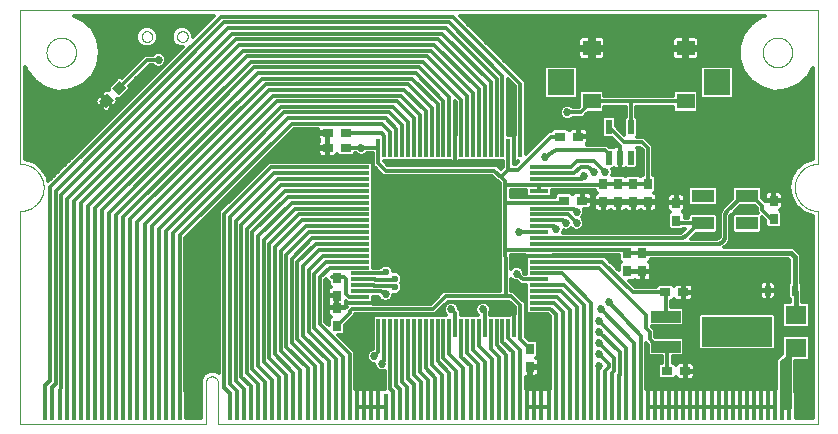
<source format=gtl>
G75*
%MOIN*%
%OFA0B0*%
%FSLAX25Y25*%
%IPPOS*%
%LPD*%
%AMOC8*
5,1,8,0,0,1.08239X$1,22.5*
%
%ADD10C,0.00000*%
%ADD11R,0.08875X0.08875*%
%ADD12R,0.03150X0.03543*%
%ADD13R,0.03543X0.03150*%
%ADD14R,0.07087X0.06299*%
%ADD15R,0.06299X0.01181*%
%ADD16R,0.01181X0.06299*%
%ADD17R,0.07480X0.04331*%
%ADD18R,0.23622X0.09843*%
%ADD19R,0.09843X0.03937*%
%ADD20R,0.01772X0.09055*%
%ADD21R,0.02200X0.05000*%
%ADD22R,0.06102X0.05118*%
%ADD23R,0.02480X0.03268*%
%ADD24C,0.01200*%
%ADD25C,0.02700*%
%ADD26C,0.02362*%
%ADD27C,0.01600*%
D10*
X0005000Y0005000D02*
X0005000Y0075866D01*
X0005192Y0075868D01*
X0005383Y0075875D01*
X0005575Y0075887D01*
X0005766Y0075903D01*
X0005956Y0075924D01*
X0006146Y0075950D01*
X0006336Y0075980D01*
X0006524Y0076015D01*
X0006712Y0076054D01*
X0006899Y0076098D01*
X0007084Y0076147D01*
X0007268Y0076200D01*
X0007451Y0076257D01*
X0007633Y0076319D01*
X0007813Y0076386D01*
X0007991Y0076456D01*
X0008168Y0076531D01*
X0008342Y0076611D01*
X0008515Y0076694D01*
X0008685Y0076782D01*
X0008854Y0076873D01*
X0009020Y0076969D01*
X0009183Y0077069D01*
X0009345Y0077173D01*
X0009503Y0077281D01*
X0009659Y0077392D01*
X0009812Y0077508D01*
X0009963Y0077627D01*
X0010110Y0077749D01*
X0010254Y0077876D01*
X0010396Y0078005D01*
X0010534Y0078138D01*
X0010669Y0078275D01*
X0010800Y0078415D01*
X0010928Y0078557D01*
X0011052Y0078703D01*
X0011173Y0078852D01*
X0011290Y0079004D01*
X0011404Y0079158D01*
X0011514Y0079316D01*
X0011619Y0079476D01*
X0011721Y0079638D01*
X0011819Y0079803D01*
X0011913Y0079970D01*
X0012003Y0080140D01*
X0012088Y0080311D01*
X0012170Y0080485D01*
X0012247Y0080660D01*
X0012320Y0080838D01*
X0012388Y0081017D01*
X0012452Y0081198D01*
X0012512Y0081380D01*
X0012567Y0081563D01*
X0012618Y0081748D01*
X0012664Y0081934D01*
X0012706Y0082122D01*
X0012743Y0082310D01*
X0012776Y0082499D01*
X0012803Y0082688D01*
X0012827Y0082879D01*
X0012845Y0083070D01*
X0012859Y0083261D01*
X0012869Y0083452D01*
X0012873Y0083644D01*
X0012873Y0083836D01*
X0012869Y0084028D01*
X0012859Y0084219D01*
X0012845Y0084410D01*
X0012827Y0084601D01*
X0012803Y0084792D01*
X0012776Y0084981D01*
X0012743Y0085170D01*
X0012706Y0085358D01*
X0012664Y0085546D01*
X0012618Y0085732D01*
X0012567Y0085917D01*
X0012512Y0086100D01*
X0012452Y0086282D01*
X0012388Y0086463D01*
X0012320Y0086642D01*
X0012247Y0086820D01*
X0012170Y0086995D01*
X0012088Y0087169D01*
X0012003Y0087340D01*
X0011913Y0087510D01*
X0011819Y0087677D01*
X0011721Y0087842D01*
X0011619Y0088004D01*
X0011514Y0088164D01*
X0011404Y0088322D01*
X0011290Y0088476D01*
X0011173Y0088628D01*
X0011052Y0088777D01*
X0010928Y0088923D01*
X0010800Y0089065D01*
X0010669Y0089205D01*
X0010534Y0089342D01*
X0010396Y0089475D01*
X0010254Y0089604D01*
X0010110Y0089731D01*
X0009963Y0089853D01*
X0009812Y0089972D01*
X0009659Y0090088D01*
X0009503Y0090199D01*
X0009345Y0090307D01*
X0009183Y0090411D01*
X0009020Y0090511D01*
X0008854Y0090607D01*
X0008685Y0090698D01*
X0008515Y0090786D01*
X0008342Y0090869D01*
X0008168Y0090949D01*
X0007991Y0091024D01*
X0007813Y0091094D01*
X0007633Y0091161D01*
X0007451Y0091223D01*
X0007268Y0091280D01*
X0007084Y0091333D01*
X0006899Y0091382D01*
X0006712Y0091426D01*
X0006524Y0091465D01*
X0006336Y0091500D01*
X0006146Y0091530D01*
X0005956Y0091556D01*
X0005766Y0091577D01*
X0005575Y0091593D01*
X0005383Y0091605D01*
X0005192Y0091612D01*
X0005000Y0091614D01*
X0005000Y0142795D01*
X0271142Y0142795D01*
X0271142Y0091614D01*
X0270950Y0091612D01*
X0270759Y0091605D01*
X0270567Y0091593D01*
X0270376Y0091577D01*
X0270186Y0091556D01*
X0269996Y0091530D01*
X0269806Y0091500D01*
X0269618Y0091465D01*
X0269430Y0091426D01*
X0269243Y0091382D01*
X0269058Y0091333D01*
X0268874Y0091280D01*
X0268691Y0091223D01*
X0268509Y0091161D01*
X0268329Y0091094D01*
X0268151Y0091024D01*
X0267974Y0090949D01*
X0267800Y0090869D01*
X0267627Y0090786D01*
X0267457Y0090698D01*
X0267288Y0090607D01*
X0267122Y0090511D01*
X0266959Y0090411D01*
X0266797Y0090307D01*
X0266639Y0090199D01*
X0266483Y0090088D01*
X0266330Y0089972D01*
X0266179Y0089853D01*
X0266032Y0089731D01*
X0265888Y0089604D01*
X0265746Y0089475D01*
X0265608Y0089342D01*
X0265473Y0089205D01*
X0265342Y0089065D01*
X0265214Y0088923D01*
X0265090Y0088777D01*
X0264969Y0088628D01*
X0264852Y0088476D01*
X0264738Y0088322D01*
X0264628Y0088164D01*
X0264523Y0088004D01*
X0264421Y0087842D01*
X0264323Y0087677D01*
X0264229Y0087510D01*
X0264139Y0087340D01*
X0264054Y0087169D01*
X0263972Y0086995D01*
X0263895Y0086820D01*
X0263822Y0086642D01*
X0263754Y0086463D01*
X0263690Y0086282D01*
X0263630Y0086100D01*
X0263575Y0085917D01*
X0263524Y0085732D01*
X0263478Y0085546D01*
X0263436Y0085358D01*
X0263399Y0085170D01*
X0263366Y0084981D01*
X0263339Y0084792D01*
X0263315Y0084601D01*
X0263297Y0084410D01*
X0263283Y0084219D01*
X0263273Y0084028D01*
X0263269Y0083836D01*
X0263269Y0083644D01*
X0263273Y0083452D01*
X0263283Y0083261D01*
X0263297Y0083070D01*
X0263315Y0082879D01*
X0263339Y0082688D01*
X0263366Y0082499D01*
X0263399Y0082310D01*
X0263436Y0082122D01*
X0263478Y0081934D01*
X0263524Y0081748D01*
X0263575Y0081563D01*
X0263630Y0081380D01*
X0263690Y0081198D01*
X0263754Y0081017D01*
X0263822Y0080838D01*
X0263895Y0080660D01*
X0263972Y0080485D01*
X0264054Y0080311D01*
X0264139Y0080140D01*
X0264229Y0079970D01*
X0264323Y0079803D01*
X0264421Y0079638D01*
X0264523Y0079476D01*
X0264628Y0079316D01*
X0264738Y0079158D01*
X0264852Y0079004D01*
X0264969Y0078852D01*
X0265090Y0078703D01*
X0265214Y0078557D01*
X0265342Y0078415D01*
X0265473Y0078275D01*
X0265608Y0078138D01*
X0265746Y0078005D01*
X0265888Y0077876D01*
X0266032Y0077749D01*
X0266179Y0077627D01*
X0266330Y0077508D01*
X0266483Y0077392D01*
X0266639Y0077281D01*
X0266797Y0077173D01*
X0266959Y0077069D01*
X0267122Y0076969D01*
X0267288Y0076873D01*
X0267457Y0076782D01*
X0267627Y0076694D01*
X0267800Y0076611D01*
X0267974Y0076531D01*
X0268151Y0076456D01*
X0268329Y0076386D01*
X0268509Y0076319D01*
X0268691Y0076257D01*
X0268874Y0076200D01*
X0269058Y0076147D01*
X0269243Y0076098D01*
X0269430Y0076054D01*
X0269618Y0076015D01*
X0269806Y0075980D01*
X0269996Y0075950D01*
X0270186Y0075924D01*
X0270376Y0075903D01*
X0270567Y0075887D01*
X0270759Y0075875D01*
X0270950Y0075868D01*
X0271142Y0075866D01*
X0271142Y0005000D01*
X0070945Y0005000D01*
X0070945Y0018780D01*
X0070943Y0018867D01*
X0070937Y0018954D01*
X0070928Y0019041D01*
X0070914Y0019127D01*
X0070897Y0019212D01*
X0070876Y0019297D01*
X0070851Y0019380D01*
X0070823Y0019463D01*
X0070791Y0019544D01*
X0070755Y0019623D01*
X0070716Y0019701D01*
X0070674Y0019777D01*
X0070628Y0019851D01*
X0070579Y0019923D01*
X0070527Y0019993D01*
X0070472Y0020060D01*
X0070414Y0020125D01*
X0070353Y0020188D01*
X0070289Y0020247D01*
X0070223Y0020304D01*
X0070154Y0020357D01*
X0070083Y0020408D01*
X0070010Y0020455D01*
X0069935Y0020500D01*
X0069858Y0020540D01*
X0069780Y0020578D01*
X0069699Y0020611D01*
X0069618Y0020642D01*
X0069535Y0020668D01*
X0069450Y0020691D01*
X0069365Y0020710D01*
X0069280Y0020725D01*
X0069193Y0020737D01*
X0069107Y0020745D01*
X0069020Y0020749D01*
X0068932Y0020749D01*
X0068845Y0020745D01*
X0068759Y0020737D01*
X0068672Y0020725D01*
X0068587Y0020710D01*
X0068502Y0020691D01*
X0068417Y0020668D01*
X0068334Y0020642D01*
X0068253Y0020611D01*
X0068172Y0020578D01*
X0068094Y0020540D01*
X0068017Y0020500D01*
X0067942Y0020455D01*
X0067869Y0020408D01*
X0067798Y0020357D01*
X0067729Y0020304D01*
X0067663Y0020247D01*
X0067599Y0020188D01*
X0067538Y0020125D01*
X0067480Y0020060D01*
X0067425Y0019993D01*
X0067373Y0019923D01*
X0067324Y0019851D01*
X0067278Y0019777D01*
X0067236Y0019701D01*
X0067197Y0019623D01*
X0067161Y0019544D01*
X0067129Y0019463D01*
X0067101Y0019380D01*
X0067076Y0019297D01*
X0067055Y0019212D01*
X0067038Y0019127D01*
X0067024Y0019041D01*
X0067015Y0018954D01*
X0067009Y0018867D01*
X0067007Y0018780D01*
X0067008Y0018780D02*
X0067008Y0005000D01*
X0005000Y0005000D01*
X0013829Y0128750D02*
X0013831Y0128890D01*
X0013837Y0129030D01*
X0013847Y0129169D01*
X0013861Y0129308D01*
X0013879Y0129447D01*
X0013900Y0129585D01*
X0013926Y0129723D01*
X0013956Y0129860D01*
X0013989Y0129995D01*
X0014027Y0130130D01*
X0014068Y0130264D01*
X0014113Y0130397D01*
X0014161Y0130528D01*
X0014214Y0130657D01*
X0014270Y0130786D01*
X0014329Y0130912D01*
X0014393Y0131037D01*
X0014459Y0131160D01*
X0014530Y0131281D01*
X0014603Y0131400D01*
X0014680Y0131517D01*
X0014761Y0131631D01*
X0014844Y0131743D01*
X0014931Y0131853D01*
X0015021Y0131961D01*
X0015113Y0132065D01*
X0015209Y0132167D01*
X0015308Y0132267D01*
X0015409Y0132363D01*
X0015513Y0132457D01*
X0015620Y0132547D01*
X0015729Y0132634D01*
X0015841Y0132719D01*
X0015955Y0132800D01*
X0016071Y0132878D01*
X0016189Y0132952D01*
X0016310Y0133023D01*
X0016432Y0133091D01*
X0016557Y0133155D01*
X0016683Y0133216D01*
X0016810Y0133273D01*
X0016940Y0133326D01*
X0017071Y0133376D01*
X0017203Y0133421D01*
X0017336Y0133464D01*
X0017471Y0133502D01*
X0017606Y0133536D01*
X0017743Y0133567D01*
X0017880Y0133594D01*
X0018018Y0133616D01*
X0018157Y0133635D01*
X0018296Y0133650D01*
X0018435Y0133661D01*
X0018575Y0133668D01*
X0018715Y0133671D01*
X0018855Y0133670D01*
X0018995Y0133665D01*
X0019134Y0133656D01*
X0019274Y0133643D01*
X0019413Y0133626D01*
X0019551Y0133605D01*
X0019689Y0133581D01*
X0019826Y0133552D01*
X0019962Y0133520D01*
X0020097Y0133483D01*
X0020231Y0133443D01*
X0020364Y0133399D01*
X0020495Y0133351D01*
X0020625Y0133300D01*
X0020754Y0133245D01*
X0020881Y0133186D01*
X0021006Y0133123D01*
X0021129Y0133058D01*
X0021251Y0132988D01*
X0021370Y0132915D01*
X0021488Y0132839D01*
X0021603Y0132760D01*
X0021716Y0132677D01*
X0021826Y0132591D01*
X0021934Y0132502D01*
X0022039Y0132410D01*
X0022142Y0132315D01*
X0022242Y0132217D01*
X0022339Y0132117D01*
X0022433Y0132013D01*
X0022525Y0131907D01*
X0022613Y0131799D01*
X0022698Y0131688D01*
X0022780Y0131574D01*
X0022859Y0131458D01*
X0022934Y0131341D01*
X0023006Y0131221D01*
X0023074Y0131099D01*
X0023139Y0130975D01*
X0023201Y0130849D01*
X0023259Y0130722D01*
X0023313Y0130593D01*
X0023364Y0130462D01*
X0023410Y0130330D01*
X0023453Y0130197D01*
X0023493Y0130063D01*
X0023528Y0129928D01*
X0023560Y0129791D01*
X0023587Y0129654D01*
X0023611Y0129516D01*
X0023631Y0129378D01*
X0023647Y0129239D01*
X0023659Y0129099D01*
X0023667Y0128960D01*
X0023671Y0128820D01*
X0023671Y0128680D01*
X0023667Y0128540D01*
X0023659Y0128401D01*
X0023647Y0128261D01*
X0023631Y0128122D01*
X0023611Y0127984D01*
X0023587Y0127846D01*
X0023560Y0127709D01*
X0023528Y0127572D01*
X0023493Y0127437D01*
X0023453Y0127303D01*
X0023410Y0127170D01*
X0023364Y0127038D01*
X0023313Y0126907D01*
X0023259Y0126778D01*
X0023201Y0126651D01*
X0023139Y0126525D01*
X0023074Y0126401D01*
X0023006Y0126279D01*
X0022934Y0126159D01*
X0022859Y0126042D01*
X0022780Y0125926D01*
X0022698Y0125812D01*
X0022613Y0125701D01*
X0022525Y0125593D01*
X0022433Y0125487D01*
X0022339Y0125383D01*
X0022242Y0125283D01*
X0022142Y0125185D01*
X0022039Y0125090D01*
X0021934Y0124998D01*
X0021826Y0124909D01*
X0021716Y0124823D01*
X0021603Y0124740D01*
X0021488Y0124661D01*
X0021370Y0124585D01*
X0021251Y0124512D01*
X0021129Y0124442D01*
X0021006Y0124377D01*
X0020881Y0124314D01*
X0020754Y0124255D01*
X0020625Y0124200D01*
X0020495Y0124149D01*
X0020364Y0124101D01*
X0020231Y0124057D01*
X0020097Y0124017D01*
X0019962Y0123980D01*
X0019826Y0123948D01*
X0019689Y0123919D01*
X0019551Y0123895D01*
X0019413Y0123874D01*
X0019274Y0123857D01*
X0019134Y0123844D01*
X0018995Y0123835D01*
X0018855Y0123830D01*
X0018715Y0123829D01*
X0018575Y0123832D01*
X0018435Y0123839D01*
X0018296Y0123850D01*
X0018157Y0123865D01*
X0018018Y0123884D01*
X0017880Y0123906D01*
X0017743Y0123933D01*
X0017606Y0123964D01*
X0017471Y0123998D01*
X0017336Y0124036D01*
X0017203Y0124079D01*
X0017071Y0124124D01*
X0016940Y0124174D01*
X0016810Y0124227D01*
X0016683Y0124284D01*
X0016557Y0124345D01*
X0016432Y0124409D01*
X0016310Y0124477D01*
X0016189Y0124548D01*
X0016071Y0124622D01*
X0015955Y0124700D01*
X0015841Y0124781D01*
X0015729Y0124866D01*
X0015620Y0124953D01*
X0015513Y0125043D01*
X0015409Y0125137D01*
X0015308Y0125233D01*
X0015209Y0125333D01*
X0015113Y0125435D01*
X0015021Y0125539D01*
X0014931Y0125647D01*
X0014844Y0125757D01*
X0014761Y0125869D01*
X0014680Y0125983D01*
X0014603Y0126100D01*
X0014530Y0126219D01*
X0014459Y0126340D01*
X0014393Y0126463D01*
X0014329Y0126588D01*
X0014270Y0126714D01*
X0014214Y0126843D01*
X0014161Y0126972D01*
X0014113Y0127103D01*
X0014068Y0127236D01*
X0014027Y0127370D01*
X0013989Y0127505D01*
X0013956Y0127640D01*
X0013926Y0127777D01*
X0013900Y0127915D01*
X0013879Y0128053D01*
X0013861Y0128192D01*
X0013847Y0128331D01*
X0013837Y0128470D01*
X0013831Y0128610D01*
X0013829Y0128750D01*
X0045572Y0134025D02*
X0045574Y0134109D01*
X0045580Y0134192D01*
X0045590Y0134275D01*
X0045604Y0134358D01*
X0045621Y0134440D01*
X0045643Y0134521D01*
X0045668Y0134600D01*
X0045697Y0134679D01*
X0045730Y0134756D01*
X0045766Y0134831D01*
X0045806Y0134905D01*
X0045849Y0134977D01*
X0045896Y0135046D01*
X0045946Y0135113D01*
X0045999Y0135178D01*
X0046055Y0135240D01*
X0046113Y0135300D01*
X0046175Y0135357D01*
X0046239Y0135410D01*
X0046306Y0135461D01*
X0046375Y0135508D01*
X0046446Y0135553D01*
X0046519Y0135593D01*
X0046594Y0135630D01*
X0046671Y0135664D01*
X0046749Y0135694D01*
X0046828Y0135720D01*
X0046909Y0135743D01*
X0046991Y0135761D01*
X0047073Y0135776D01*
X0047156Y0135787D01*
X0047239Y0135794D01*
X0047323Y0135797D01*
X0047407Y0135796D01*
X0047490Y0135791D01*
X0047574Y0135782D01*
X0047656Y0135769D01*
X0047738Y0135753D01*
X0047819Y0135732D01*
X0047900Y0135708D01*
X0047978Y0135680D01*
X0048056Y0135648D01*
X0048132Y0135612D01*
X0048206Y0135573D01*
X0048278Y0135531D01*
X0048348Y0135485D01*
X0048416Y0135436D01*
X0048481Y0135384D01*
X0048544Y0135329D01*
X0048604Y0135271D01*
X0048662Y0135210D01*
X0048716Y0135146D01*
X0048768Y0135080D01*
X0048816Y0135012D01*
X0048861Y0134941D01*
X0048902Y0134868D01*
X0048941Y0134794D01*
X0048975Y0134718D01*
X0049006Y0134640D01*
X0049033Y0134561D01*
X0049057Y0134480D01*
X0049076Y0134399D01*
X0049092Y0134317D01*
X0049104Y0134234D01*
X0049112Y0134150D01*
X0049116Y0134067D01*
X0049116Y0133983D01*
X0049112Y0133900D01*
X0049104Y0133816D01*
X0049092Y0133733D01*
X0049076Y0133651D01*
X0049057Y0133570D01*
X0049033Y0133489D01*
X0049006Y0133410D01*
X0048975Y0133332D01*
X0048941Y0133256D01*
X0048902Y0133182D01*
X0048861Y0133109D01*
X0048816Y0133038D01*
X0048768Y0132970D01*
X0048716Y0132904D01*
X0048662Y0132840D01*
X0048604Y0132779D01*
X0048544Y0132721D01*
X0048481Y0132666D01*
X0048416Y0132614D01*
X0048348Y0132565D01*
X0048278Y0132519D01*
X0048206Y0132477D01*
X0048132Y0132438D01*
X0048056Y0132402D01*
X0047978Y0132370D01*
X0047900Y0132342D01*
X0047819Y0132318D01*
X0047738Y0132297D01*
X0047656Y0132281D01*
X0047574Y0132268D01*
X0047490Y0132259D01*
X0047407Y0132254D01*
X0047323Y0132253D01*
X0047239Y0132256D01*
X0047156Y0132263D01*
X0047073Y0132274D01*
X0046991Y0132289D01*
X0046909Y0132307D01*
X0046828Y0132330D01*
X0046749Y0132356D01*
X0046671Y0132386D01*
X0046594Y0132420D01*
X0046519Y0132457D01*
X0046446Y0132497D01*
X0046375Y0132542D01*
X0046306Y0132589D01*
X0046239Y0132640D01*
X0046175Y0132693D01*
X0046113Y0132750D01*
X0046055Y0132810D01*
X0045999Y0132872D01*
X0045946Y0132937D01*
X0045896Y0133004D01*
X0045849Y0133073D01*
X0045806Y0133145D01*
X0045766Y0133219D01*
X0045730Y0133294D01*
X0045697Y0133371D01*
X0045668Y0133450D01*
X0045643Y0133529D01*
X0045621Y0133610D01*
X0045604Y0133692D01*
X0045590Y0133775D01*
X0045580Y0133858D01*
X0045574Y0133941D01*
X0045572Y0134025D01*
X0057384Y0134025D02*
X0057386Y0134109D01*
X0057392Y0134192D01*
X0057402Y0134275D01*
X0057416Y0134358D01*
X0057433Y0134440D01*
X0057455Y0134521D01*
X0057480Y0134600D01*
X0057509Y0134679D01*
X0057542Y0134756D01*
X0057578Y0134831D01*
X0057618Y0134905D01*
X0057661Y0134977D01*
X0057708Y0135046D01*
X0057758Y0135113D01*
X0057811Y0135178D01*
X0057867Y0135240D01*
X0057925Y0135300D01*
X0057987Y0135357D01*
X0058051Y0135410D01*
X0058118Y0135461D01*
X0058187Y0135508D01*
X0058258Y0135553D01*
X0058331Y0135593D01*
X0058406Y0135630D01*
X0058483Y0135664D01*
X0058561Y0135694D01*
X0058640Y0135720D01*
X0058721Y0135743D01*
X0058803Y0135761D01*
X0058885Y0135776D01*
X0058968Y0135787D01*
X0059051Y0135794D01*
X0059135Y0135797D01*
X0059219Y0135796D01*
X0059302Y0135791D01*
X0059386Y0135782D01*
X0059468Y0135769D01*
X0059550Y0135753D01*
X0059631Y0135732D01*
X0059712Y0135708D01*
X0059790Y0135680D01*
X0059868Y0135648D01*
X0059944Y0135612D01*
X0060018Y0135573D01*
X0060090Y0135531D01*
X0060160Y0135485D01*
X0060228Y0135436D01*
X0060293Y0135384D01*
X0060356Y0135329D01*
X0060416Y0135271D01*
X0060474Y0135210D01*
X0060528Y0135146D01*
X0060580Y0135080D01*
X0060628Y0135012D01*
X0060673Y0134941D01*
X0060714Y0134868D01*
X0060753Y0134794D01*
X0060787Y0134718D01*
X0060818Y0134640D01*
X0060845Y0134561D01*
X0060869Y0134480D01*
X0060888Y0134399D01*
X0060904Y0134317D01*
X0060916Y0134234D01*
X0060924Y0134150D01*
X0060928Y0134067D01*
X0060928Y0133983D01*
X0060924Y0133900D01*
X0060916Y0133816D01*
X0060904Y0133733D01*
X0060888Y0133651D01*
X0060869Y0133570D01*
X0060845Y0133489D01*
X0060818Y0133410D01*
X0060787Y0133332D01*
X0060753Y0133256D01*
X0060714Y0133182D01*
X0060673Y0133109D01*
X0060628Y0133038D01*
X0060580Y0132970D01*
X0060528Y0132904D01*
X0060474Y0132840D01*
X0060416Y0132779D01*
X0060356Y0132721D01*
X0060293Y0132666D01*
X0060228Y0132614D01*
X0060160Y0132565D01*
X0060090Y0132519D01*
X0060018Y0132477D01*
X0059944Y0132438D01*
X0059868Y0132402D01*
X0059790Y0132370D01*
X0059712Y0132342D01*
X0059631Y0132318D01*
X0059550Y0132297D01*
X0059468Y0132281D01*
X0059386Y0132268D01*
X0059302Y0132259D01*
X0059219Y0132254D01*
X0059135Y0132253D01*
X0059051Y0132256D01*
X0058968Y0132263D01*
X0058885Y0132274D01*
X0058803Y0132289D01*
X0058721Y0132307D01*
X0058640Y0132330D01*
X0058561Y0132356D01*
X0058483Y0132386D01*
X0058406Y0132420D01*
X0058331Y0132457D01*
X0058258Y0132497D01*
X0058187Y0132542D01*
X0058118Y0132589D01*
X0058051Y0132640D01*
X0057987Y0132693D01*
X0057925Y0132750D01*
X0057867Y0132810D01*
X0057811Y0132872D01*
X0057758Y0132937D01*
X0057708Y0133004D01*
X0057661Y0133073D01*
X0057618Y0133145D01*
X0057578Y0133219D01*
X0057542Y0133294D01*
X0057509Y0133371D01*
X0057480Y0133450D01*
X0057455Y0133529D01*
X0057433Y0133610D01*
X0057416Y0133692D01*
X0057402Y0133775D01*
X0057392Y0133858D01*
X0057386Y0133941D01*
X0057384Y0134025D01*
X0252579Y0128750D02*
X0252581Y0128890D01*
X0252587Y0129030D01*
X0252597Y0129169D01*
X0252611Y0129308D01*
X0252629Y0129447D01*
X0252650Y0129585D01*
X0252676Y0129723D01*
X0252706Y0129860D01*
X0252739Y0129995D01*
X0252777Y0130130D01*
X0252818Y0130264D01*
X0252863Y0130397D01*
X0252911Y0130528D01*
X0252964Y0130657D01*
X0253020Y0130786D01*
X0253079Y0130912D01*
X0253143Y0131037D01*
X0253209Y0131160D01*
X0253280Y0131281D01*
X0253353Y0131400D01*
X0253430Y0131517D01*
X0253511Y0131631D01*
X0253594Y0131743D01*
X0253681Y0131853D01*
X0253771Y0131961D01*
X0253863Y0132065D01*
X0253959Y0132167D01*
X0254058Y0132267D01*
X0254159Y0132363D01*
X0254263Y0132457D01*
X0254370Y0132547D01*
X0254479Y0132634D01*
X0254591Y0132719D01*
X0254705Y0132800D01*
X0254821Y0132878D01*
X0254939Y0132952D01*
X0255060Y0133023D01*
X0255182Y0133091D01*
X0255307Y0133155D01*
X0255433Y0133216D01*
X0255560Y0133273D01*
X0255690Y0133326D01*
X0255821Y0133376D01*
X0255953Y0133421D01*
X0256086Y0133464D01*
X0256221Y0133502D01*
X0256356Y0133536D01*
X0256493Y0133567D01*
X0256630Y0133594D01*
X0256768Y0133616D01*
X0256907Y0133635D01*
X0257046Y0133650D01*
X0257185Y0133661D01*
X0257325Y0133668D01*
X0257465Y0133671D01*
X0257605Y0133670D01*
X0257745Y0133665D01*
X0257884Y0133656D01*
X0258024Y0133643D01*
X0258163Y0133626D01*
X0258301Y0133605D01*
X0258439Y0133581D01*
X0258576Y0133552D01*
X0258712Y0133520D01*
X0258847Y0133483D01*
X0258981Y0133443D01*
X0259114Y0133399D01*
X0259245Y0133351D01*
X0259375Y0133300D01*
X0259504Y0133245D01*
X0259631Y0133186D01*
X0259756Y0133123D01*
X0259879Y0133058D01*
X0260001Y0132988D01*
X0260120Y0132915D01*
X0260238Y0132839D01*
X0260353Y0132760D01*
X0260466Y0132677D01*
X0260576Y0132591D01*
X0260684Y0132502D01*
X0260789Y0132410D01*
X0260892Y0132315D01*
X0260992Y0132217D01*
X0261089Y0132117D01*
X0261183Y0132013D01*
X0261275Y0131907D01*
X0261363Y0131799D01*
X0261448Y0131688D01*
X0261530Y0131574D01*
X0261609Y0131458D01*
X0261684Y0131341D01*
X0261756Y0131221D01*
X0261824Y0131099D01*
X0261889Y0130975D01*
X0261951Y0130849D01*
X0262009Y0130722D01*
X0262063Y0130593D01*
X0262114Y0130462D01*
X0262160Y0130330D01*
X0262203Y0130197D01*
X0262243Y0130063D01*
X0262278Y0129928D01*
X0262310Y0129791D01*
X0262337Y0129654D01*
X0262361Y0129516D01*
X0262381Y0129378D01*
X0262397Y0129239D01*
X0262409Y0129099D01*
X0262417Y0128960D01*
X0262421Y0128820D01*
X0262421Y0128680D01*
X0262417Y0128540D01*
X0262409Y0128401D01*
X0262397Y0128261D01*
X0262381Y0128122D01*
X0262361Y0127984D01*
X0262337Y0127846D01*
X0262310Y0127709D01*
X0262278Y0127572D01*
X0262243Y0127437D01*
X0262203Y0127303D01*
X0262160Y0127170D01*
X0262114Y0127038D01*
X0262063Y0126907D01*
X0262009Y0126778D01*
X0261951Y0126651D01*
X0261889Y0126525D01*
X0261824Y0126401D01*
X0261756Y0126279D01*
X0261684Y0126159D01*
X0261609Y0126042D01*
X0261530Y0125926D01*
X0261448Y0125812D01*
X0261363Y0125701D01*
X0261275Y0125593D01*
X0261183Y0125487D01*
X0261089Y0125383D01*
X0260992Y0125283D01*
X0260892Y0125185D01*
X0260789Y0125090D01*
X0260684Y0124998D01*
X0260576Y0124909D01*
X0260466Y0124823D01*
X0260353Y0124740D01*
X0260238Y0124661D01*
X0260120Y0124585D01*
X0260001Y0124512D01*
X0259879Y0124442D01*
X0259756Y0124377D01*
X0259631Y0124314D01*
X0259504Y0124255D01*
X0259375Y0124200D01*
X0259245Y0124149D01*
X0259114Y0124101D01*
X0258981Y0124057D01*
X0258847Y0124017D01*
X0258712Y0123980D01*
X0258576Y0123948D01*
X0258439Y0123919D01*
X0258301Y0123895D01*
X0258163Y0123874D01*
X0258024Y0123857D01*
X0257884Y0123844D01*
X0257745Y0123835D01*
X0257605Y0123830D01*
X0257465Y0123829D01*
X0257325Y0123832D01*
X0257185Y0123839D01*
X0257046Y0123850D01*
X0256907Y0123865D01*
X0256768Y0123884D01*
X0256630Y0123906D01*
X0256493Y0123933D01*
X0256356Y0123964D01*
X0256221Y0123998D01*
X0256086Y0124036D01*
X0255953Y0124079D01*
X0255821Y0124124D01*
X0255690Y0124174D01*
X0255560Y0124227D01*
X0255433Y0124284D01*
X0255307Y0124345D01*
X0255182Y0124409D01*
X0255060Y0124477D01*
X0254939Y0124548D01*
X0254821Y0124622D01*
X0254705Y0124700D01*
X0254591Y0124781D01*
X0254479Y0124866D01*
X0254370Y0124953D01*
X0254263Y0125043D01*
X0254159Y0125137D01*
X0254058Y0125233D01*
X0253959Y0125333D01*
X0253863Y0125435D01*
X0253771Y0125539D01*
X0253681Y0125647D01*
X0253594Y0125757D01*
X0253511Y0125869D01*
X0253430Y0125983D01*
X0253353Y0126100D01*
X0253280Y0126219D01*
X0253209Y0126340D01*
X0253143Y0126463D01*
X0253079Y0126588D01*
X0253020Y0126714D01*
X0252964Y0126843D01*
X0252911Y0126972D01*
X0252863Y0127103D01*
X0252818Y0127236D01*
X0252777Y0127370D01*
X0252739Y0127505D01*
X0252706Y0127640D01*
X0252676Y0127777D01*
X0252650Y0127915D01*
X0252629Y0128053D01*
X0252611Y0128192D01*
X0252597Y0128331D01*
X0252587Y0128470D01*
X0252581Y0128610D01*
X0252579Y0128750D01*
D11*
X0237250Y0118750D03*
X0185250Y0118750D03*
D12*
X0199375Y0084875D03*
X0204375Y0084875D03*
X0209375Y0084875D03*
X0214375Y0084875D03*
X0214375Y0078875D03*
X0209375Y0078875D03*
X0204375Y0078875D03*
X0199375Y0078875D03*
X0207500Y0061750D03*
X0212500Y0061750D03*
X0212500Y0055750D03*
X0207500Y0055750D03*
X0223750Y0072625D03*
X0223750Y0078625D03*
X0256250Y0079250D03*
X0256250Y0073250D03*
X0175000Y0029875D03*
X0175000Y0023875D03*
X0110625Y0037625D03*
X0110625Y0043625D03*
X0110625Y0047625D03*
X0110625Y0053625D03*
D13*
X0107625Y0096875D03*
X0113625Y0096875D03*
X0113625Y0101875D03*
X0107625Y0101875D03*
G36*
X0035723Y0116723D02*
X0038226Y0119226D01*
X0040453Y0116999D01*
X0037950Y0114496D01*
X0035723Y0116723D01*
G37*
G36*
X0031481Y0112481D02*
X0033984Y0114984D01*
X0036211Y0112757D01*
X0033708Y0110254D01*
X0031481Y0112481D01*
G37*
X0185125Y0100625D03*
X0191125Y0100625D03*
X0192375Y0079375D03*
X0186375Y0079375D03*
X0220125Y0048750D03*
X0226125Y0048750D03*
X0226750Y0022500D03*
X0220750Y0022500D03*
D14*
X0263750Y0030113D03*
X0263750Y0041137D03*
D15*
X0178046Y0043253D03*
X0178046Y0045221D03*
X0178046Y0047190D03*
X0178046Y0049158D03*
X0178046Y0051127D03*
X0178046Y0053095D03*
X0178046Y0055064D03*
X0178046Y0057032D03*
X0178046Y0059001D03*
X0178046Y0060969D03*
X0178046Y0062938D03*
X0178046Y0064906D03*
X0178046Y0066875D03*
X0178046Y0068844D03*
X0178046Y0070812D03*
X0178046Y0072781D03*
X0178046Y0074749D03*
X0178046Y0076718D03*
X0178046Y0078686D03*
X0178046Y0080655D03*
X0178046Y0082623D03*
X0178046Y0084592D03*
X0178046Y0086560D03*
X0178046Y0088529D03*
X0178046Y0090497D03*
X0118204Y0090497D03*
X0118204Y0088529D03*
X0118204Y0086560D03*
X0118204Y0084592D03*
X0118204Y0082623D03*
X0118204Y0080655D03*
X0118204Y0078686D03*
X0118204Y0076718D03*
X0118204Y0074749D03*
X0118204Y0072781D03*
X0118204Y0070812D03*
X0118204Y0068844D03*
X0118204Y0066875D03*
X0118204Y0064906D03*
X0118204Y0062938D03*
X0118204Y0060969D03*
X0118204Y0059001D03*
X0118204Y0057032D03*
X0118204Y0055064D03*
X0118204Y0053095D03*
X0118204Y0051127D03*
X0118204Y0049158D03*
X0118204Y0047190D03*
X0118204Y0045221D03*
X0118204Y0043253D03*
D16*
X0124503Y0036954D03*
X0126471Y0036954D03*
X0128440Y0036954D03*
X0130408Y0036954D03*
X0132377Y0036954D03*
X0134345Y0036954D03*
X0136314Y0036954D03*
X0138282Y0036954D03*
X0140251Y0036954D03*
X0142219Y0036954D03*
X0144188Y0036954D03*
X0146156Y0036954D03*
X0148125Y0036954D03*
X0150094Y0036954D03*
X0152062Y0036954D03*
X0154031Y0036954D03*
X0155999Y0036954D03*
X0157968Y0036954D03*
X0159936Y0036954D03*
X0161905Y0036954D03*
X0163873Y0036954D03*
X0165842Y0036954D03*
X0167810Y0036954D03*
X0169779Y0036954D03*
X0171747Y0036954D03*
X0171747Y0096796D03*
X0169779Y0096796D03*
X0167810Y0096796D03*
X0165842Y0096796D03*
X0163873Y0096796D03*
X0161905Y0096796D03*
X0159936Y0096796D03*
X0157968Y0096796D03*
X0155999Y0096796D03*
X0154031Y0096796D03*
X0152062Y0096796D03*
X0150094Y0096796D03*
X0148125Y0096796D03*
X0146156Y0096796D03*
X0144188Y0096796D03*
X0142219Y0096796D03*
X0140251Y0096796D03*
X0138282Y0096796D03*
X0136314Y0096796D03*
X0134345Y0096796D03*
X0132377Y0096796D03*
X0130408Y0096796D03*
X0128440Y0096796D03*
X0126471Y0096796D03*
X0124503Y0096796D03*
D17*
X0232717Y0080778D03*
X0232717Y0071722D03*
X0247283Y0071722D03*
X0247283Y0080778D03*
D18*
X0244006Y0035625D03*
D19*
X0220384Y0030625D03*
X0220384Y0040625D03*
D20*
X0221339Y0010512D03*
X0223701Y0010512D03*
X0226063Y0010512D03*
X0228425Y0010512D03*
X0230787Y0010512D03*
X0233150Y0010512D03*
X0235512Y0010512D03*
X0237874Y0010512D03*
X0240236Y0010512D03*
X0242598Y0010512D03*
X0244961Y0010512D03*
X0247323Y0010512D03*
X0249685Y0010512D03*
X0252047Y0010512D03*
X0254409Y0010512D03*
X0256772Y0010512D03*
X0259134Y0010512D03*
X0261496Y0010512D03*
X0218976Y0010512D03*
X0216614Y0010512D03*
X0214252Y0010512D03*
X0211890Y0010512D03*
X0209528Y0010512D03*
X0207165Y0010512D03*
X0204803Y0010512D03*
X0202441Y0010512D03*
X0200079Y0010512D03*
X0197717Y0010512D03*
X0195354Y0010512D03*
X0192992Y0010512D03*
X0190630Y0010512D03*
X0188268Y0010512D03*
X0185906Y0010512D03*
X0183543Y0010512D03*
X0181181Y0010512D03*
X0178819Y0010512D03*
X0176457Y0010512D03*
X0174094Y0010512D03*
X0171732Y0010512D03*
X0169370Y0010512D03*
X0167008Y0010512D03*
X0164646Y0010512D03*
X0162283Y0010512D03*
X0159921Y0010512D03*
X0157559Y0010512D03*
X0155197Y0010512D03*
X0152835Y0010512D03*
X0150472Y0010512D03*
X0148110Y0010512D03*
X0145748Y0010512D03*
X0143386Y0010512D03*
X0141024Y0010512D03*
X0138661Y0010512D03*
X0136299Y0010512D03*
X0133937Y0010512D03*
X0131575Y0010512D03*
X0129213Y0010512D03*
X0126850Y0010512D03*
X0124488Y0010512D03*
X0122126Y0010512D03*
X0119764Y0010512D03*
X0117402Y0010512D03*
X0115039Y0010512D03*
X0112677Y0010512D03*
X0110315Y0010512D03*
X0107953Y0010512D03*
X0105591Y0010512D03*
X0103228Y0010512D03*
X0100866Y0010512D03*
X0098504Y0010512D03*
X0096142Y0010512D03*
X0093780Y0010512D03*
X0091417Y0010512D03*
X0089055Y0010512D03*
X0086693Y0010512D03*
X0084331Y0010512D03*
X0081969Y0010512D03*
X0079606Y0010512D03*
X0077244Y0010512D03*
X0074882Y0010512D03*
X0058346Y0010512D03*
X0055984Y0010512D03*
X0053622Y0010512D03*
X0051260Y0010512D03*
X0048898Y0010512D03*
X0046535Y0010512D03*
X0044173Y0010512D03*
X0041811Y0010512D03*
X0039449Y0010512D03*
X0037087Y0010512D03*
X0034724Y0010512D03*
X0032362Y0010512D03*
X0030000Y0010512D03*
X0027638Y0010512D03*
X0025276Y0010512D03*
X0022913Y0010512D03*
X0020551Y0010512D03*
X0018189Y0010512D03*
X0015827Y0010512D03*
X0013465Y0010512D03*
D21*
X0201300Y0093650D03*
X0205000Y0093650D03*
X0208700Y0093650D03*
X0208700Y0103850D03*
X0201300Y0103850D03*
D22*
X0195600Y0112392D03*
X0195600Y0130108D03*
X0226900Y0130108D03*
X0226900Y0112392D03*
D23*
X0254222Y0049375D03*
X0263278Y0049375D03*
D24*
X0260847Y0049345D02*
X0256850Y0049345D01*
X0256850Y0049355D02*
X0254243Y0049355D01*
X0254243Y0049395D01*
X0256850Y0049395D01*
X0256850Y0051192D01*
X0256755Y0051544D01*
X0256573Y0051861D01*
X0256314Y0052119D01*
X0255998Y0052302D01*
X0255645Y0052396D01*
X0254243Y0052396D01*
X0254243Y0049395D01*
X0254202Y0049395D01*
X0254202Y0049355D01*
X0251595Y0049355D01*
X0251595Y0047558D01*
X0251689Y0047206D01*
X0251872Y0046889D01*
X0252130Y0046631D01*
X0252447Y0046448D01*
X0252800Y0046354D01*
X0254202Y0046354D01*
X0254202Y0049355D01*
X0254243Y0049355D01*
X0254243Y0046354D01*
X0255645Y0046354D01*
X0255998Y0046448D01*
X0256314Y0046631D01*
X0256573Y0046889D01*
X0256755Y0047206D01*
X0256850Y0047558D01*
X0256850Y0049355D01*
X0256850Y0050543D02*
X0260847Y0050543D01*
X0260847Y0051502D02*
X0260847Y0047248D01*
X0261544Y0046551D01*
X0261759Y0046551D01*
X0261759Y0045477D01*
X0259714Y0045477D01*
X0259016Y0044780D01*
X0259016Y0037494D01*
X0259714Y0036797D01*
X0267786Y0036797D01*
X0268484Y0037494D01*
X0268484Y0044780D01*
X0267786Y0045477D01*
X0265741Y0045477D01*
X0265741Y0049727D01*
X0265708Y0049759D01*
X0265708Y0051502D01*
X0265268Y0051942D01*
X0265268Y0061297D01*
X0262825Y0063741D01*
X0239731Y0063741D01*
X0240641Y0064266D01*
X0241791Y0066257D01*
X0241791Y0073964D01*
X0241804Y0074103D01*
X0241910Y0074359D01*
X0241998Y0074466D01*
X0242523Y0074991D01*
X0244954Y0077422D01*
X0250046Y0077422D01*
X0250709Y0076758D01*
X0250709Y0075508D01*
X0251139Y0075078D01*
X0243050Y0075078D01*
X0242353Y0074381D01*
X0242353Y0069064D01*
X0243050Y0068367D01*
X0251517Y0068367D01*
X0252214Y0069064D01*
X0252214Y0074004D01*
X0253485Y0072733D01*
X0253485Y0070985D01*
X0254182Y0070288D01*
X0258318Y0070288D01*
X0259015Y0070985D01*
X0259015Y0075515D01*
X0258348Y0076182D01*
X0258360Y0076185D01*
X0258677Y0076368D01*
X0258935Y0076626D01*
X0259118Y0076943D01*
X0259212Y0077296D01*
X0259212Y0079063D01*
X0256437Y0079063D01*
X0256437Y0079437D01*
X0256063Y0079437D01*
X0256063Y0079063D01*
X0253470Y0079063D01*
X0252214Y0080318D01*
X0252214Y0083436D01*
X0251517Y0084133D01*
X0243050Y0084133D01*
X0242353Y0083436D01*
X0242353Y0079885D01*
X0239617Y0077149D01*
X0239466Y0076998D01*
X0238863Y0076395D01*
X0238209Y0074818D01*
X0238209Y0067406D01*
X0238185Y0067223D01*
X0238002Y0066905D01*
X0237684Y0066721D01*
X0237500Y0066697D01*
X0228604Y0066697D01*
X0230274Y0068367D01*
X0236950Y0068367D01*
X0237647Y0069064D01*
X0237647Y0074381D01*
X0236950Y0075078D01*
X0228483Y0075078D01*
X0227786Y0074381D01*
X0227786Y0073513D01*
X0226515Y0073513D01*
X0226515Y0074890D01*
X0225848Y0075557D01*
X0225860Y0075560D01*
X0226177Y0075743D01*
X0226435Y0076001D01*
X0226618Y0076318D01*
X0226712Y0076671D01*
X0226712Y0078438D01*
X0223937Y0078438D01*
X0223937Y0078812D01*
X0223563Y0078812D01*
X0223563Y0078438D01*
X0220788Y0078438D01*
X0220788Y0076671D01*
X0220882Y0076318D01*
X0221065Y0076001D01*
X0221323Y0075743D01*
X0221640Y0075560D01*
X0221652Y0075557D01*
X0220985Y0074890D01*
X0220985Y0070360D01*
X0221682Y0069663D01*
X0225818Y0069663D01*
X0226087Y0069932D01*
X0226775Y0069932D01*
X0225716Y0068873D01*
X0225609Y0068785D01*
X0225353Y0068679D01*
X0225214Y0068666D01*
X0185947Y0068666D01*
X0186245Y0069386D01*
X0186370Y0069334D01*
X0187380Y0069334D01*
X0188314Y0069721D01*
X0188750Y0070157D01*
X0189186Y0069721D01*
X0190120Y0069334D01*
X0191130Y0069334D01*
X0192064Y0069721D01*
X0192779Y0070436D01*
X0193166Y0071370D01*
X0193166Y0072380D01*
X0192779Y0073314D01*
X0192343Y0073750D01*
X0192779Y0074186D01*
X0193166Y0075120D01*
X0193166Y0076130D01*
X0193049Y0076413D01*
X0194329Y0076413D01*
X0194682Y0076507D01*
X0194999Y0076690D01*
X0195257Y0076948D01*
X0195439Y0077265D01*
X0195534Y0077618D01*
X0195534Y0079188D01*
X0192562Y0079188D01*
X0192562Y0079562D01*
X0192188Y0079562D01*
X0192188Y0082337D01*
X0190421Y0082337D01*
X0190068Y0082243D01*
X0189751Y0082060D01*
X0189493Y0081802D01*
X0189310Y0081485D01*
X0189307Y0081473D01*
X0188640Y0082140D01*
X0184110Y0082140D01*
X0183413Y0081443D01*
X0183413Y0080477D01*
X0182583Y0080477D01*
X0182583Y0080654D01*
X0178046Y0080654D01*
X0173509Y0080654D01*
X0173509Y0080477D01*
X0168538Y0080477D01*
X0168538Y0082801D01*
X0173706Y0082801D01*
X0173706Y0081958D01*
X0173604Y0081781D01*
X0173509Y0081428D01*
X0173509Y0080655D01*
X0178046Y0080655D01*
X0178046Y0080654D01*
X0178046Y0080655D01*
X0182583Y0080655D01*
X0182583Y0081428D01*
X0182489Y0081781D01*
X0182386Y0081958D01*
X0182386Y0082801D01*
X0196610Y0082801D01*
X0196610Y0082610D01*
X0197277Y0081943D01*
X0197265Y0081939D01*
X0196948Y0081757D01*
X0196690Y0081499D01*
X0196507Y0081182D01*
X0196413Y0080829D01*
X0196413Y0079062D01*
X0199188Y0079062D01*
X0199188Y0078688D01*
X0199562Y0078688D01*
X0199562Y0075716D01*
X0201132Y0075716D01*
X0201485Y0075810D01*
X0201802Y0075993D01*
X0201875Y0076066D01*
X0201948Y0075993D01*
X0202265Y0075810D01*
X0202618Y0075716D01*
X0204188Y0075716D01*
X0204188Y0078688D01*
X0201413Y0078688D01*
X0199562Y0078688D01*
X0199562Y0079062D01*
X0204188Y0079062D01*
X0204188Y0078688D01*
X0204562Y0078688D01*
X0204562Y0075716D01*
X0206132Y0075716D01*
X0206485Y0075810D01*
X0206802Y0075993D01*
X0206875Y0076066D01*
X0206948Y0075993D01*
X0207265Y0075810D01*
X0207618Y0075716D01*
X0209188Y0075716D01*
X0209188Y0078688D01*
X0207337Y0078688D01*
X0204562Y0078688D01*
X0204562Y0079062D01*
X0209188Y0079062D01*
X0209188Y0078688D01*
X0209562Y0078688D01*
X0209562Y0075716D01*
X0211132Y0075716D01*
X0211485Y0075810D01*
X0211802Y0075993D01*
X0211875Y0076066D01*
X0211948Y0075993D01*
X0212265Y0075810D01*
X0212618Y0075716D01*
X0214188Y0075716D01*
X0214188Y0078688D01*
X0212337Y0078688D01*
X0209562Y0078688D01*
X0209562Y0079062D01*
X0214188Y0079062D01*
X0214188Y0078688D01*
X0214562Y0078688D01*
X0214562Y0075716D01*
X0216132Y0075716D01*
X0216485Y0075810D01*
X0216802Y0075993D01*
X0217060Y0076251D01*
X0217243Y0076568D01*
X0217337Y0076921D01*
X0217337Y0078688D01*
X0214562Y0078688D01*
X0214562Y0079062D01*
X0217337Y0079062D01*
X0217337Y0080829D01*
X0217243Y0081182D01*
X0217060Y0081499D01*
X0216802Y0081757D01*
X0216485Y0081939D01*
X0216473Y0081943D01*
X0217140Y0082610D01*
X0217140Y0087140D01*
X0216443Y0087837D01*
X0216166Y0087837D01*
X0216166Y0097617D01*
X0215117Y0098666D01*
X0213242Y0100541D01*
X0210674Y0100541D01*
X0210991Y0100857D01*
X0210991Y0106843D01*
X0210491Y0107343D01*
X0210491Y0110601D01*
X0222658Y0110601D01*
X0222658Y0109340D01*
X0223355Y0108642D01*
X0230444Y0108642D01*
X0231141Y0109340D01*
X0231141Y0115444D01*
X0230444Y0116141D01*
X0223355Y0116141D01*
X0222658Y0115444D01*
X0222658Y0114182D01*
X0199842Y0114182D01*
X0199842Y0115444D01*
X0199145Y0116141D01*
X0192056Y0116141D01*
X0191359Y0115444D01*
X0191359Y0110682D01*
X0191217Y0110541D01*
X0189302Y0110541D01*
X0188939Y0110904D01*
X0188005Y0111291D01*
X0186995Y0111291D01*
X0186061Y0110904D01*
X0185346Y0110189D01*
X0184959Y0109255D01*
X0184959Y0108245D01*
X0185346Y0107311D01*
X0186061Y0106596D01*
X0186995Y0106209D01*
X0188005Y0106209D01*
X0188939Y0106596D01*
X0189302Y0106959D01*
X0192700Y0106959D01*
X0194383Y0108642D01*
X0199145Y0108642D01*
X0199842Y0109340D01*
X0199842Y0110601D01*
X0206909Y0110601D01*
X0206909Y0107343D01*
X0206409Y0106843D01*
X0206409Y0101273D01*
X0203591Y0104092D01*
X0203591Y0106843D01*
X0202893Y0107541D01*
X0199707Y0107541D01*
X0199009Y0106843D01*
X0199009Y0100857D01*
X0199707Y0100159D01*
X0202458Y0100159D01*
X0204609Y0098008D01*
X0205080Y0097537D01*
X0205000Y0097537D01*
X0205000Y0093650D01*
X0205000Y0093650D01*
X0205000Y0097537D01*
X0203717Y0097537D01*
X0203364Y0097443D01*
X0203048Y0097260D01*
X0203011Y0097223D01*
X0202893Y0097341D01*
X0201442Y0097341D01*
X0200742Y0098041D01*
X0193849Y0098041D01*
X0194007Y0098198D01*
X0194189Y0098515D01*
X0194284Y0098868D01*
X0194284Y0100438D01*
X0191312Y0100438D01*
X0191312Y0100812D01*
X0190938Y0100812D01*
X0190938Y0103587D01*
X0189171Y0103587D01*
X0188818Y0103493D01*
X0188501Y0103310D01*
X0188243Y0103052D01*
X0188060Y0102735D01*
X0188057Y0102723D01*
X0187390Y0103390D01*
X0182860Y0103390D01*
X0182163Y0102693D01*
X0182163Y0102416D01*
X0181133Y0102416D01*
X0180084Y0101367D01*
X0173528Y0094810D01*
X0173528Y0096045D01*
X0173538Y0096055D01*
X0173538Y0118995D01*
X0151518Y0141014D01*
X0253329Y0141014D01*
X0252241Y0140739D01*
X0248633Y0138382D01*
X0248633Y0138382D01*
X0248633Y0138382D01*
X0245986Y0134981D01*
X0244587Y0130905D01*
X0244587Y0126595D01*
X0245986Y0122519D01*
X0248633Y0119118D01*
X0248633Y0119118D01*
X0248633Y0119118D01*
X0252241Y0116761D01*
X0256419Y0115703D01*
X0260714Y0116059D01*
X0264660Y0117790D01*
X0264660Y0117790D01*
X0267831Y0120709D01*
X0267831Y0120709D01*
X0269361Y0123536D01*
X0269361Y0093367D01*
X0266240Y0092231D01*
X0263631Y0090042D01*
X0261929Y0087093D01*
X0261338Y0083740D01*
X0261929Y0080387D01*
X0263631Y0077438D01*
X0266240Y0075250D01*
X0269361Y0074114D01*
X0269361Y0006781D01*
X0263572Y0006781D01*
X0263572Y0015533D01*
X0263487Y0015618D01*
X0263487Y0025773D01*
X0267786Y0025773D01*
X0268484Y0026470D01*
X0268484Y0033756D01*
X0267786Y0034453D01*
X0259714Y0034453D01*
X0259016Y0033756D01*
X0259016Y0028194D01*
X0257953Y0027131D01*
X0257143Y0026322D01*
X0257143Y0016427D01*
X0256772Y0016427D01*
X0256772Y0010512D01*
X0256772Y0010512D01*
X0256772Y0016427D01*
X0255703Y0016427D01*
X0255591Y0016397D01*
X0255478Y0016427D01*
X0254409Y0016427D01*
X0253341Y0016427D01*
X0253228Y0016397D01*
X0253116Y0016427D01*
X0252047Y0016427D01*
X0250979Y0016427D01*
X0250866Y0016397D01*
X0250754Y0016427D01*
X0249685Y0016427D01*
X0248617Y0016427D01*
X0248504Y0016397D01*
X0248391Y0016427D01*
X0247323Y0016427D01*
X0247323Y0010512D01*
X0247323Y0010512D01*
X0249685Y0010512D01*
X0249685Y0016427D01*
X0249685Y0010512D01*
X0249685Y0010512D01*
X0249685Y0010512D01*
X0252047Y0010512D01*
X0252047Y0016427D01*
X0252047Y0010512D01*
X0252047Y0010512D01*
X0252047Y0010512D01*
X0249774Y0010512D01*
X0249685Y0010512D01*
X0249685Y0010512D01*
X0247412Y0010512D01*
X0247323Y0010512D01*
X0247323Y0010512D01*
X0247323Y0016427D01*
X0246254Y0016427D01*
X0246142Y0016397D01*
X0246029Y0016427D01*
X0244961Y0016427D01*
X0244961Y0010512D01*
X0247323Y0010512D01*
X0247323Y0010512D01*
X0245050Y0010512D01*
X0244961Y0010512D01*
X0244961Y0010512D01*
X0244961Y0010512D01*
X0244961Y0016427D01*
X0243892Y0016427D01*
X0243780Y0016397D01*
X0243667Y0016427D01*
X0242598Y0016427D01*
X0241530Y0016427D01*
X0241417Y0016397D01*
X0241305Y0016427D01*
X0240236Y0016427D01*
X0239168Y0016427D01*
X0239055Y0016397D01*
X0238942Y0016427D01*
X0237874Y0016427D01*
X0236806Y0016427D01*
X0236693Y0016397D01*
X0236580Y0016427D01*
X0235512Y0016427D01*
X0235512Y0010512D01*
X0235512Y0010512D01*
X0237874Y0010512D01*
X0237874Y0016427D01*
X0237874Y0010512D01*
X0237874Y0010512D01*
X0237874Y0010512D01*
X0240236Y0010512D01*
X0240236Y0016427D01*
X0240236Y0010512D01*
X0240236Y0010512D01*
X0240236Y0010512D01*
X0237963Y0010512D01*
X0237874Y0010512D01*
X0237874Y0010512D01*
X0235601Y0010512D01*
X0235512Y0010512D01*
X0235512Y0010512D01*
X0235512Y0016427D01*
X0234443Y0016427D01*
X0234331Y0016397D01*
X0234218Y0016427D01*
X0233150Y0016427D01*
X0233150Y0010512D01*
X0235512Y0010512D01*
X0235512Y0010512D01*
X0233239Y0010512D01*
X0233150Y0010512D01*
X0233150Y0010512D01*
X0233150Y0010512D01*
X0233150Y0016427D01*
X0232081Y0016427D01*
X0231968Y0016397D01*
X0231856Y0016427D01*
X0230787Y0016427D01*
X0229719Y0016427D01*
X0229606Y0016397D01*
X0229494Y0016427D01*
X0228425Y0016427D01*
X0227357Y0016427D01*
X0227244Y0016397D01*
X0227131Y0016427D01*
X0226063Y0016427D01*
X0226063Y0010512D01*
X0226063Y0010512D01*
X0226063Y0016427D01*
X0224995Y0016427D01*
X0224882Y0016397D01*
X0224769Y0016427D01*
X0223701Y0016427D01*
X0223701Y0010512D01*
X0223701Y0010512D01*
X0226063Y0010512D01*
X0228425Y0010512D01*
X0228425Y0016427D01*
X0228425Y0010512D01*
X0228425Y0010512D01*
X0228425Y0010512D01*
X0228336Y0010512D01*
X0226063Y0010512D01*
X0226063Y0010512D01*
X0226063Y0010512D01*
X0223790Y0010512D01*
X0223701Y0010512D01*
X0223701Y0010512D01*
X0223701Y0016427D01*
X0222632Y0016427D01*
X0222520Y0016397D01*
X0222407Y0016427D01*
X0221339Y0016427D01*
X0221339Y0010512D01*
X0223701Y0010512D01*
X0223701Y0010512D01*
X0221428Y0010512D01*
X0221339Y0010512D01*
X0221339Y0010512D01*
X0221339Y0010512D01*
X0221339Y0016427D01*
X0220270Y0016427D01*
X0220157Y0016397D01*
X0220045Y0016427D01*
X0218976Y0016427D01*
X0217908Y0016427D01*
X0217795Y0016397D01*
X0217683Y0016427D01*
X0216614Y0016427D01*
X0215546Y0016427D01*
X0215433Y0016397D01*
X0215320Y0016427D01*
X0214252Y0016427D01*
X0214252Y0010512D01*
X0214252Y0010512D01*
X0214252Y0016427D01*
X0213680Y0016427D01*
X0213680Y0031912D01*
X0214258Y0031334D01*
X0214258Y0031334D01*
X0214272Y0031321D01*
X0214272Y0028163D01*
X0214969Y0027466D01*
X0218959Y0027466D01*
X0218959Y0025265D01*
X0218485Y0025265D01*
X0217788Y0024568D01*
X0217788Y0020432D01*
X0218485Y0019735D01*
X0223015Y0019735D01*
X0223682Y0020402D01*
X0223685Y0020390D01*
X0223868Y0020073D01*
X0224126Y0019815D01*
X0224443Y0019632D01*
X0224796Y0019538D01*
X0226563Y0019538D01*
X0226563Y0022313D01*
X0226937Y0022313D01*
X0226937Y0019538D01*
X0228704Y0019538D01*
X0229057Y0019632D01*
X0229374Y0019815D01*
X0229632Y0020073D01*
X0229814Y0020390D01*
X0229909Y0020743D01*
X0229909Y0022313D01*
X0226937Y0022313D01*
X0226937Y0022687D01*
X0226563Y0022687D01*
X0226563Y0025462D01*
X0224796Y0025462D01*
X0224443Y0025368D01*
X0224126Y0025185D01*
X0223868Y0024927D01*
X0223685Y0024610D01*
X0223682Y0024598D01*
X0223015Y0025265D01*
X0222541Y0025265D01*
X0222541Y0027466D01*
X0225798Y0027466D01*
X0226496Y0028163D01*
X0226496Y0033087D01*
X0225798Y0033784D01*
X0216873Y0033784D01*
X0216791Y0033867D01*
X0216791Y0036367D01*
X0215742Y0037416D01*
X0215691Y0037466D01*
X0225798Y0037466D01*
X0226496Y0038163D01*
X0226496Y0043087D01*
X0225798Y0043784D01*
X0222174Y0043784D01*
X0222174Y0045985D01*
X0222390Y0045985D01*
X0223057Y0046652D01*
X0223060Y0046640D01*
X0223243Y0046323D01*
X0223501Y0046065D01*
X0223818Y0045882D01*
X0224171Y0045788D01*
X0225938Y0045788D01*
X0225938Y0048563D01*
X0226312Y0048563D01*
X0226312Y0045788D01*
X0228079Y0045788D01*
X0228432Y0045882D01*
X0228749Y0046065D01*
X0229007Y0046323D01*
X0229189Y0046640D01*
X0229284Y0046993D01*
X0229284Y0048563D01*
X0226312Y0048563D01*
X0226312Y0048937D01*
X0225938Y0048937D01*
X0225938Y0051712D01*
X0224171Y0051712D01*
X0223818Y0051618D01*
X0223501Y0051435D01*
X0223243Y0051177D01*
X0223060Y0050860D01*
X0223057Y0050848D01*
X0222390Y0051515D01*
X0217860Y0051515D01*
X0217163Y0050818D01*
X0217163Y0050541D01*
X0210117Y0050541D01*
X0208066Y0052591D01*
X0209257Y0052591D01*
X0209610Y0052685D01*
X0209927Y0052868D01*
X0210000Y0052941D01*
X0210073Y0052868D01*
X0210390Y0052685D01*
X0210743Y0052591D01*
X0212313Y0052591D01*
X0212313Y0055563D01*
X0209538Y0055563D01*
X0207687Y0055563D01*
X0207687Y0055937D01*
X0212313Y0055937D01*
X0212313Y0055563D01*
X0212687Y0055563D01*
X0212687Y0052591D01*
X0214257Y0052591D01*
X0214610Y0052685D01*
X0214927Y0052868D01*
X0215185Y0053126D01*
X0215368Y0053443D01*
X0215462Y0053796D01*
X0215462Y0055563D01*
X0212687Y0055563D01*
X0212687Y0055937D01*
X0215462Y0055937D01*
X0215462Y0057704D01*
X0215368Y0058057D01*
X0215185Y0058374D01*
X0214927Y0058632D01*
X0214610Y0058814D01*
X0214598Y0058818D01*
X0215265Y0059485D01*
X0215265Y0059759D01*
X0261175Y0059759D01*
X0261287Y0059648D01*
X0261287Y0051942D01*
X0260847Y0051502D01*
X0261087Y0051742D02*
X0256641Y0051742D01*
X0254243Y0051742D02*
X0254202Y0051742D01*
X0254202Y0052396D02*
X0252800Y0052396D01*
X0252447Y0052302D01*
X0252130Y0052119D01*
X0251872Y0051861D01*
X0251689Y0051544D01*
X0251595Y0051192D01*
X0251595Y0049395D01*
X0254202Y0049395D01*
X0254202Y0052396D01*
X0254202Y0050543D02*
X0254243Y0050543D01*
X0254202Y0049345D02*
X0254243Y0049345D01*
X0254202Y0048146D02*
X0254243Y0048146D01*
X0254202Y0046948D02*
X0254243Y0046948D01*
X0256607Y0046948D02*
X0261147Y0046948D01*
X0260847Y0048146D02*
X0256850Y0048146D01*
X0261759Y0045749D02*
X0222174Y0045749D01*
X0222174Y0044551D02*
X0259016Y0044551D01*
X0259016Y0043352D02*
X0226230Y0043352D01*
X0226496Y0042154D02*
X0259016Y0042154D01*
X0259016Y0040955D02*
X0257007Y0040955D01*
X0257007Y0041039D02*
X0256310Y0041737D01*
X0231702Y0041737D01*
X0231004Y0041039D01*
X0231004Y0030211D01*
X0231702Y0029513D01*
X0256310Y0029513D01*
X0257007Y0030211D01*
X0257007Y0041039D01*
X0257007Y0039757D02*
X0259016Y0039757D01*
X0259016Y0038558D02*
X0257007Y0038558D01*
X0257007Y0037360D02*
X0259150Y0037360D01*
X0257007Y0036161D02*
X0269361Y0036161D01*
X0269361Y0034963D02*
X0257007Y0034963D01*
X0257007Y0033764D02*
X0259024Y0033764D01*
X0259016Y0032566D02*
X0257007Y0032566D01*
X0257007Y0031367D02*
X0259016Y0031367D01*
X0259016Y0030169D02*
X0256966Y0030169D01*
X0259016Y0028970D02*
X0226496Y0028970D01*
X0226496Y0030169D02*
X0231046Y0030169D01*
X0231004Y0031367D02*
X0226496Y0031367D01*
X0226496Y0032566D02*
X0231004Y0032566D01*
X0231004Y0033764D02*
X0225818Y0033764D01*
X0226496Y0038558D02*
X0231004Y0038558D01*
X0231004Y0037360D02*
X0215797Y0037360D01*
X0216791Y0036161D02*
X0231004Y0036161D01*
X0231004Y0034963D02*
X0216791Y0034963D01*
X0215000Y0035625D02*
X0215000Y0033125D01*
X0217500Y0030625D01*
X0220384Y0030625D01*
X0220750Y0030259D01*
X0220750Y0022500D01*
X0217788Y0022978D02*
X0213680Y0022978D01*
X0213680Y0024176D02*
X0217788Y0024176D01*
X0218959Y0025375D02*
X0213680Y0025375D01*
X0213680Y0026573D02*
X0218959Y0026573D01*
X0222541Y0026573D02*
X0257395Y0026573D01*
X0257143Y0025375D02*
X0229031Y0025375D01*
X0229057Y0025368D02*
X0228704Y0025462D01*
X0226937Y0025462D01*
X0226937Y0022687D01*
X0229909Y0022687D01*
X0229909Y0024257D01*
X0229814Y0024610D01*
X0229632Y0024927D01*
X0229374Y0025185D01*
X0229057Y0025368D01*
X0229909Y0024176D02*
X0257143Y0024176D01*
X0257143Y0022978D02*
X0229909Y0022978D01*
X0229909Y0021779D02*
X0257143Y0021779D01*
X0257143Y0020581D02*
X0229866Y0020581D01*
X0226937Y0020581D02*
X0226563Y0020581D01*
X0226563Y0021779D02*
X0226937Y0021779D01*
X0226937Y0022978D02*
X0226563Y0022978D01*
X0226563Y0024176D02*
X0226937Y0024176D01*
X0226937Y0025375D02*
X0226563Y0025375D01*
X0224469Y0025375D02*
X0222541Y0025375D01*
X0226104Y0027772D02*
X0258593Y0027772D01*
X0263487Y0025375D02*
X0269361Y0025375D01*
X0269361Y0026573D02*
X0268484Y0026573D01*
X0268484Y0027772D02*
X0269361Y0027772D01*
X0269361Y0028970D02*
X0268484Y0028970D01*
X0268484Y0030169D02*
X0269361Y0030169D01*
X0269361Y0031367D02*
X0268484Y0031367D01*
X0268484Y0032566D02*
X0269361Y0032566D01*
X0269361Y0033764D02*
X0268476Y0033764D01*
X0268350Y0037360D02*
X0269361Y0037360D01*
X0269361Y0038558D02*
X0268484Y0038558D01*
X0268484Y0039757D02*
X0269361Y0039757D01*
X0269361Y0040955D02*
X0268484Y0040955D01*
X0268484Y0042154D02*
X0269361Y0042154D01*
X0269361Y0043352D02*
X0268484Y0043352D01*
X0268484Y0044551D02*
X0269361Y0044551D01*
X0269361Y0045749D02*
X0265741Y0045749D01*
X0265741Y0046948D02*
X0269361Y0046948D01*
X0269361Y0048146D02*
X0265741Y0048146D01*
X0265741Y0049345D02*
X0269361Y0049345D01*
X0269361Y0050543D02*
X0265708Y0050543D01*
X0265468Y0051742D02*
X0269361Y0051742D01*
X0269361Y0052940D02*
X0265268Y0052940D01*
X0265268Y0054139D02*
X0269361Y0054139D01*
X0269361Y0055337D02*
X0265268Y0055337D01*
X0265268Y0056536D02*
X0269361Y0056536D01*
X0269361Y0057734D02*
X0265268Y0057734D01*
X0265268Y0058933D02*
X0269361Y0058933D01*
X0269361Y0060132D02*
X0265268Y0060132D01*
X0265235Y0061330D02*
X0269361Y0061330D01*
X0269361Y0062529D02*
X0264037Y0062529D01*
X0262838Y0063727D02*
X0269361Y0063727D01*
X0269361Y0064926D02*
X0241022Y0064926D01*
X0240641Y0064266D02*
X0240641Y0064266D01*
X0240641Y0064266D01*
X0241714Y0066124D02*
X0269361Y0066124D01*
X0269361Y0067323D02*
X0241791Y0067323D01*
X0241791Y0068521D02*
X0242896Y0068521D01*
X0242353Y0069720D02*
X0241791Y0069720D01*
X0241791Y0070918D02*
X0242353Y0070918D01*
X0242353Y0072117D02*
X0241791Y0072117D01*
X0241791Y0073315D02*
X0242353Y0073315D01*
X0240000Y0073964D02*
X0240002Y0074062D01*
X0240008Y0074160D01*
X0240017Y0074258D01*
X0240031Y0074355D01*
X0240048Y0074452D01*
X0240069Y0074548D01*
X0240094Y0074643D01*
X0240122Y0074737D01*
X0240155Y0074829D01*
X0240190Y0074921D01*
X0240230Y0075011D01*
X0240272Y0075099D01*
X0240319Y0075186D01*
X0240368Y0075270D01*
X0240421Y0075353D01*
X0240477Y0075433D01*
X0240537Y0075512D01*
X0240599Y0075588D01*
X0240664Y0075661D01*
X0240732Y0075732D01*
X0245045Y0080045D01*
X0246813Y0080778D02*
X0247283Y0080778D01*
X0248061Y0080000D01*
X0250000Y0080000D01*
X0252500Y0077500D01*
X0252500Y0076250D01*
X0255500Y0073250D01*
X0256250Y0073250D01*
X0259015Y0073315D02*
X0269361Y0073315D01*
X0269361Y0072117D02*
X0259015Y0072117D01*
X0258948Y0070918D02*
X0269361Y0070918D01*
X0269361Y0069720D02*
X0252214Y0069720D01*
X0252214Y0070918D02*
X0253552Y0070918D01*
X0253485Y0072117D02*
X0252214Y0072117D01*
X0252214Y0073315D02*
X0252903Y0073315D01*
X0250709Y0075712D02*
X0243244Y0075712D01*
X0242523Y0074991D02*
X0242523Y0074991D01*
X0242485Y0074514D02*
X0242046Y0074514D01*
X0240000Y0073964D02*
X0240000Y0067406D01*
X0238198Y0067323D02*
X0229230Y0067323D01*
X0226982Y0067607D02*
X0230365Y0070990D01*
X0232133Y0071722D02*
X0232717Y0071722D01*
X0225278Y0071722D01*
X0223750Y0072625D01*
X0226515Y0074514D02*
X0227919Y0074514D01*
X0226123Y0075712D02*
X0238580Y0075712D01*
X0238863Y0076395D02*
X0238863Y0076395D01*
X0239378Y0076911D02*
X0226712Y0076911D01*
X0226712Y0078109D02*
X0227796Y0078109D01*
X0227786Y0078119D02*
X0228483Y0077422D01*
X0236950Y0077422D01*
X0237647Y0078119D01*
X0237647Y0083436D01*
X0236950Y0084133D01*
X0228483Y0084133D01*
X0227786Y0083436D01*
X0227786Y0078119D01*
X0227786Y0079308D02*
X0226712Y0079308D01*
X0226712Y0078812D02*
X0226712Y0080579D01*
X0226618Y0080932D01*
X0226435Y0081249D01*
X0226177Y0081507D01*
X0225860Y0081689D01*
X0225507Y0081784D01*
X0223937Y0081784D01*
X0223937Y0078812D01*
X0226712Y0078812D01*
X0226712Y0080506D02*
X0227786Y0080506D01*
X0227786Y0081705D02*
X0225803Y0081705D01*
X0223937Y0081705D02*
X0223563Y0081705D01*
X0223563Y0081784D02*
X0223563Y0078812D01*
X0220788Y0078812D01*
X0220788Y0080579D01*
X0220882Y0080932D01*
X0221065Y0081249D01*
X0221323Y0081507D01*
X0221640Y0081689D01*
X0221993Y0081784D01*
X0223563Y0081784D01*
X0223563Y0080506D02*
X0223937Y0080506D01*
X0223937Y0079308D02*
X0223563Y0079308D01*
X0220788Y0079308D02*
X0217337Y0079308D01*
X0217337Y0080506D02*
X0220788Y0080506D01*
X0221697Y0081705D02*
X0216854Y0081705D01*
X0217140Y0082903D02*
X0227786Y0082903D01*
X0228452Y0084102D02*
X0217140Y0084102D01*
X0217140Y0085300D02*
X0261613Y0085300D01*
X0261401Y0084102D02*
X0251548Y0084102D01*
X0252214Y0082903D02*
X0261485Y0082903D01*
X0261338Y0083740D02*
X0261338Y0083740D01*
X0261824Y0086499D02*
X0217140Y0086499D01*
X0216583Y0087697D02*
X0262278Y0087697D01*
X0261929Y0087093D02*
X0261929Y0087093D01*
X0262970Y0088896D02*
X0216166Y0088896D01*
X0216166Y0090094D02*
X0263694Y0090094D01*
X0263631Y0090042D02*
X0263631Y0090042D01*
X0263631Y0090042D01*
X0265122Y0091293D02*
X0216166Y0091293D01*
X0216166Y0092491D02*
X0266956Y0092491D01*
X0266240Y0092231D02*
X0266240Y0092231D01*
X0269361Y0093690D02*
X0216166Y0093690D01*
X0216166Y0094888D02*
X0269361Y0094888D01*
X0269361Y0096087D02*
X0216166Y0096087D01*
X0216166Y0097285D02*
X0269361Y0097285D01*
X0269361Y0098484D02*
X0215298Y0098484D01*
X0214100Y0099682D02*
X0269361Y0099682D01*
X0269361Y0100881D02*
X0210991Y0100881D01*
X0210991Y0102079D02*
X0269361Y0102079D01*
X0269361Y0103278D02*
X0210991Y0103278D01*
X0210991Y0104476D02*
X0269361Y0104476D01*
X0269361Y0105675D02*
X0210991Y0105675D01*
X0210960Y0106873D02*
X0269361Y0106873D01*
X0269361Y0108072D02*
X0210491Y0108072D01*
X0210491Y0109270D02*
X0222727Y0109270D01*
X0222658Y0110469D02*
X0210491Y0110469D01*
X0208700Y0112392D02*
X0208700Y0103850D01*
X0208750Y0103900D01*
X0206409Y0104476D02*
X0203591Y0104476D01*
X0203591Y0105675D02*
X0206409Y0105675D01*
X0206440Y0106873D02*
X0203560Y0106873D01*
X0206909Y0108072D02*
X0193813Y0108072D01*
X0191959Y0108750D02*
X0195600Y0112392D01*
X0208700Y0112392D01*
X0226900Y0112392D01*
X0231141Y0112866D02*
X0269361Y0112866D01*
X0269361Y0111668D02*
X0231141Y0111668D01*
X0231141Y0110469D02*
X0269361Y0110469D01*
X0269361Y0109270D02*
X0231072Y0109270D01*
X0232319Y0113122D02*
X0231622Y0113819D01*
X0231622Y0123681D01*
X0232319Y0124378D01*
X0242181Y0124378D01*
X0242878Y0123681D01*
X0242878Y0113819D01*
X0242181Y0113122D01*
X0232319Y0113122D01*
X0231622Y0114065D02*
X0231141Y0114065D01*
X0231141Y0115263D02*
X0231622Y0115263D01*
X0231622Y0116462D02*
X0190878Y0116462D01*
X0190878Y0117660D02*
X0231622Y0117660D01*
X0231622Y0118859D02*
X0190878Y0118859D01*
X0190878Y0120057D02*
X0231622Y0120057D01*
X0231622Y0121256D02*
X0190878Y0121256D01*
X0190878Y0122454D02*
X0231622Y0122454D01*
X0231622Y0123653D02*
X0190878Y0123653D01*
X0190878Y0123681D02*
X0190181Y0124378D01*
X0180319Y0124378D01*
X0179622Y0123681D01*
X0179622Y0113819D01*
X0180319Y0113122D01*
X0190181Y0113122D01*
X0190878Y0113819D01*
X0190878Y0123681D01*
X0192014Y0126256D02*
X0192367Y0126162D01*
X0195000Y0126162D01*
X0195000Y0129508D01*
X0191162Y0129508D01*
X0191162Y0127367D01*
X0191256Y0127014D01*
X0191439Y0126697D01*
X0191697Y0126439D01*
X0192014Y0126256D01*
X0191194Y0127248D02*
X0165284Y0127248D01*
X0166483Y0126050D02*
X0244774Y0126050D01*
X0244587Y0127248D02*
X0231306Y0127248D01*
X0231338Y0127367D02*
X0231338Y0129508D01*
X0227500Y0129508D01*
X0227500Y0130708D01*
X0231338Y0130708D01*
X0231338Y0132850D01*
X0231244Y0133203D01*
X0231061Y0133519D01*
X0230803Y0133778D01*
X0230486Y0133960D01*
X0230133Y0134055D01*
X0227500Y0134055D01*
X0227500Y0130708D01*
X0226300Y0130708D01*
X0226300Y0134055D01*
X0223666Y0134055D01*
X0223313Y0133960D01*
X0222997Y0133778D01*
X0222738Y0133519D01*
X0222556Y0133203D01*
X0222461Y0132850D01*
X0222461Y0130708D01*
X0226300Y0130708D01*
X0226300Y0129508D01*
X0227500Y0129508D01*
X0227500Y0126162D01*
X0230133Y0126162D01*
X0230486Y0126256D01*
X0230803Y0126439D01*
X0231061Y0126697D01*
X0231244Y0127014D01*
X0231338Y0127367D01*
X0231338Y0128447D02*
X0244587Y0128447D01*
X0244587Y0129645D02*
X0227500Y0129645D01*
X0227500Y0128447D02*
X0226300Y0128447D01*
X0226300Y0129508D02*
X0226300Y0126162D01*
X0223666Y0126162D01*
X0223313Y0126256D01*
X0222997Y0126439D01*
X0222738Y0126697D01*
X0222556Y0127014D01*
X0222461Y0127367D01*
X0222461Y0129508D01*
X0226300Y0129508D01*
X0226300Y0129645D02*
X0196200Y0129645D01*
X0196200Y0129508D02*
X0196200Y0130708D01*
X0195000Y0130708D01*
X0195000Y0129508D01*
X0196200Y0129508D01*
X0196200Y0126162D01*
X0198834Y0126162D01*
X0199187Y0126256D01*
X0199503Y0126439D01*
X0199762Y0126697D01*
X0199944Y0127014D01*
X0200039Y0127367D01*
X0200039Y0129508D01*
X0196200Y0129508D01*
X0196200Y0128447D02*
X0195000Y0128447D01*
X0195000Y0129645D02*
X0162887Y0129645D01*
X0164086Y0128447D02*
X0191162Y0128447D01*
X0191162Y0130708D02*
X0195000Y0130708D01*
X0195000Y0134055D01*
X0192367Y0134055D01*
X0192014Y0133960D01*
X0191697Y0133778D01*
X0191439Y0133519D01*
X0191256Y0133203D01*
X0191162Y0132850D01*
X0191162Y0130708D01*
X0191162Y0130844D02*
X0161689Y0130844D01*
X0160490Y0132042D02*
X0191162Y0132042D01*
X0191278Y0133241D02*
X0159291Y0133241D01*
X0158093Y0134439D02*
X0245801Y0134439D01*
X0245986Y0134981D02*
X0245986Y0134981D01*
X0246498Y0135638D02*
X0156894Y0135638D01*
X0155696Y0136836D02*
X0247431Y0136836D01*
X0248363Y0138035D02*
X0154497Y0138035D01*
X0153299Y0139233D02*
X0249937Y0139233D01*
X0251771Y0140432D02*
X0152100Y0140432D01*
X0149375Y0140625D02*
X0071875Y0140625D01*
X0015000Y0083750D01*
X0015000Y0019375D01*
X0013465Y0017840D01*
X0013465Y0010512D01*
X0015827Y0010512D02*
X0015827Y0017077D01*
X0016875Y0018125D01*
X0016875Y0082500D01*
X0073125Y0138750D01*
X0148125Y0138750D01*
X0165842Y0121033D01*
X0165842Y0096796D01*
X0167810Y0096796D02*
X0167810Y0089690D01*
X0170940Y0089690D01*
X0181875Y0100625D01*
X0185125Y0100625D01*
X0180797Y0102079D02*
X0173538Y0102079D01*
X0173538Y0100881D02*
X0179599Y0100881D01*
X0180084Y0101367D02*
X0180084Y0101367D01*
X0178400Y0099682D02*
X0173538Y0099682D01*
X0173538Y0098484D02*
X0177202Y0098484D01*
X0176003Y0097285D02*
X0173538Y0097285D01*
X0173538Y0096087D02*
X0174805Y0096087D01*
X0173606Y0094888D02*
X0173528Y0094888D01*
X0171747Y0096796D02*
X0171747Y0118253D01*
X0149375Y0140625D01*
X0146875Y0136875D02*
X0074375Y0136875D01*
X0018750Y0081250D01*
X0018750Y0016875D01*
X0018189Y0016314D01*
X0018189Y0010512D01*
X0020551Y0010512D02*
X0020551Y0079926D01*
X0075625Y0135000D01*
X0145625Y0135000D01*
X0161905Y0118720D01*
X0161905Y0096796D01*
X0163873Y0096796D02*
X0163873Y0119877D01*
X0146875Y0136875D01*
X0144375Y0133125D02*
X0076875Y0133125D01*
X0022913Y0079163D01*
X0022913Y0010512D01*
X0025276Y0010512D02*
X0025276Y0078401D01*
X0078125Y0131250D01*
X0143125Y0131250D01*
X0157968Y0116407D01*
X0157968Y0096796D01*
X0159936Y0096796D02*
X0159936Y0117564D01*
X0144375Y0133125D01*
X0141875Y0129375D02*
X0079375Y0129375D01*
X0027638Y0077638D01*
X0027638Y0010512D01*
X0030000Y0010512D02*
X0030000Y0076875D01*
X0080625Y0127500D01*
X0140625Y0127500D01*
X0154031Y0114094D01*
X0154031Y0096796D01*
X0155999Y0096796D02*
X0155999Y0115251D01*
X0141875Y0129375D01*
X0139375Y0125625D02*
X0081875Y0125625D01*
X0032362Y0076112D01*
X0032362Y0010512D01*
X0034724Y0010512D02*
X0034724Y0075349D01*
X0083125Y0123750D01*
X0138125Y0123750D01*
X0148125Y0113750D01*
X0148125Y0096796D01*
X0150093Y0096796D02*
X0150094Y0096796D01*
X0150094Y0092259D01*
X0150867Y0092259D01*
X0151220Y0092354D01*
X0151397Y0092456D01*
X0166019Y0092456D01*
X0166019Y0090432D01*
X0165310Y0089722D01*
X0164916Y0090117D01*
X0163867Y0091166D01*
X0127617Y0091166D01*
X0126326Y0092456D01*
X0148790Y0092456D01*
X0148967Y0092354D01*
X0149320Y0092259D01*
X0150093Y0092259D01*
X0150093Y0096796D01*
X0150093Y0101333D01*
X0149916Y0101333D01*
X0149916Y0112552D01*
X0150271Y0112196D01*
X0150271Y0101333D01*
X0150094Y0101333D01*
X0150094Y0096796D01*
X0150093Y0096796D01*
X0150093Y0097285D02*
X0150094Y0097285D01*
X0150093Y0096087D02*
X0150094Y0096087D01*
X0150093Y0094888D02*
X0150094Y0094888D01*
X0150093Y0093690D02*
X0150094Y0093690D01*
X0150093Y0092491D02*
X0150094Y0092491D01*
X0152062Y0096796D02*
X0152062Y0112938D01*
X0139375Y0125625D01*
X0136875Y0121875D02*
X0084375Y0121875D01*
X0037087Y0074587D01*
X0037087Y0010512D01*
X0039449Y0010512D02*
X0039449Y0073824D01*
X0085625Y0120000D01*
X0135625Y0120000D01*
X0144188Y0111437D01*
X0144188Y0096796D01*
X0146156Y0096796D02*
X0146156Y0112594D01*
X0136875Y0121875D01*
X0134375Y0118125D02*
X0086875Y0118125D01*
X0041811Y0073061D01*
X0041811Y0010512D01*
X0044173Y0010512D02*
X0044173Y0072298D01*
X0088125Y0116250D01*
X0133125Y0116250D01*
X0140251Y0109124D01*
X0140251Y0096796D01*
X0142219Y0096796D02*
X0142219Y0110281D01*
X0134375Y0118125D01*
X0131875Y0114375D02*
X0089375Y0114375D01*
X0046535Y0071535D01*
X0046535Y0010512D01*
X0048898Y0010512D02*
X0048898Y0070773D01*
X0090625Y0112500D01*
X0130625Y0112500D01*
X0136314Y0106811D01*
X0136314Y0096796D01*
X0138282Y0096796D02*
X0138282Y0107968D01*
X0131875Y0114375D01*
X0129375Y0110625D02*
X0091875Y0110625D01*
X0051260Y0070010D01*
X0051260Y0010512D01*
X0053622Y0010512D02*
X0053622Y0069247D01*
X0093125Y0108750D01*
X0128125Y0108750D01*
X0132377Y0104498D01*
X0132377Y0096796D01*
X0134345Y0096796D02*
X0134345Y0105655D01*
X0129375Y0110625D01*
X0126875Y0106875D02*
X0094375Y0106875D01*
X0055984Y0068484D01*
X0055984Y0010512D01*
X0058346Y0010512D02*
X0058346Y0067721D01*
X0095625Y0105000D01*
X0125625Y0105000D01*
X0128440Y0102185D01*
X0128440Y0096796D01*
X0130408Y0096796D02*
X0130408Y0103342D01*
X0126875Y0106875D01*
X0125625Y0101875D02*
X0113625Y0101875D01*
X0107812Y0101688D02*
X0107812Y0097062D01*
X0107438Y0097062D01*
X0107438Y0096688D01*
X0107812Y0096688D01*
X0107812Y0093913D01*
X0109579Y0093913D01*
X0109932Y0094007D01*
X0110249Y0094190D01*
X0110507Y0094448D01*
X0110689Y0094765D01*
X0110693Y0094777D01*
X0111360Y0094110D01*
X0115890Y0094110D01*
X0116587Y0094807D01*
X0116587Y0095084D01*
X0116948Y0095084D01*
X0117311Y0094721D01*
X0118245Y0094334D01*
X0119255Y0094334D01*
X0120189Y0094721D01*
X0120552Y0095084D01*
X0122712Y0095084D01*
X0122712Y0091005D01*
X0126133Y0087584D01*
X0162383Y0087584D01*
X0163834Y0086133D01*
X0164883Y0085084D01*
X0164883Y0085084D01*
X0164956Y0085011D01*
X0164956Y0063652D01*
X0164938Y0063632D01*
X0164956Y0062915D01*
X0164956Y0062196D01*
X0164976Y0062177D01*
X0165084Y0058043D01*
X0165084Y0049291D01*
X0146133Y0049291D01*
X0145084Y0048242D01*
X0141886Y0045043D01*
X0122741Y0045043D01*
X0122741Y0045221D01*
X0118204Y0045221D01*
X0118204Y0045222D01*
X0122741Y0045222D01*
X0122741Y0045995D01*
X0122646Y0046348D01*
X0122544Y0046525D01*
X0122544Y0047368D01*
X0124439Y0047368D01*
X0124721Y0046686D01*
X0125436Y0045971D01*
X0126370Y0045584D01*
X0127380Y0045584D01*
X0128314Y0045971D01*
X0129029Y0046686D01*
X0129416Y0047620D01*
X0129416Y0048027D01*
X0130982Y0048027D01*
X0132372Y0049416D01*
X0132372Y0051381D01*
X0131878Y0051875D01*
X0132372Y0052369D01*
X0132372Y0054334D01*
X0130982Y0055723D01*
X0129247Y0055723D01*
X0129247Y0056607D01*
X0127857Y0057997D01*
X0125893Y0057997D01*
X0124750Y0056855D01*
X0122544Y0056855D01*
X0122544Y0091581D01*
X0121846Y0092278D01*
X0118955Y0092278D01*
X0118945Y0092288D01*
X0087880Y0092288D01*
X0071334Y0075742D01*
X0071334Y0021748D01*
X0069981Y0022529D01*
X0067972Y0022529D01*
X0066231Y0021524D01*
X0065227Y0019784D01*
X0065227Y0006781D01*
X0060423Y0006781D01*
X0060423Y0015533D01*
X0060137Y0015818D01*
X0060137Y0066980D01*
X0096367Y0103209D01*
X0104466Y0103209D01*
X0104466Y0102062D01*
X0107438Y0102062D01*
X0107438Y0101688D01*
X0107812Y0101688D01*
X0107438Y0101688D02*
X0107438Y0098913D01*
X0107438Y0097062D01*
X0104466Y0097062D01*
X0104466Y0098632D01*
X0104560Y0098985D01*
X0104743Y0099302D01*
X0104816Y0099375D01*
X0104743Y0099448D01*
X0104560Y0099765D01*
X0104466Y0100118D01*
X0104466Y0101688D01*
X0107438Y0101688D01*
X0107438Y0100881D02*
X0107812Y0100881D01*
X0107812Y0099682D02*
X0107438Y0099682D01*
X0107438Y0098484D02*
X0107812Y0098484D01*
X0107812Y0097285D02*
X0107438Y0097285D01*
X0107438Y0096688D02*
X0104466Y0096688D01*
X0104466Y0095118D01*
X0104560Y0094765D01*
X0104743Y0094448D01*
X0105001Y0094190D01*
X0105318Y0094007D01*
X0105671Y0093913D01*
X0107438Y0093913D01*
X0107438Y0096688D01*
X0107438Y0096087D02*
X0107812Y0096087D01*
X0107812Y0094888D02*
X0107438Y0094888D01*
X0104527Y0094888D02*
X0088046Y0094888D01*
X0089244Y0096087D02*
X0104466Y0096087D01*
X0104466Y0097285D02*
X0090443Y0097285D01*
X0091641Y0098484D02*
X0104466Y0098484D01*
X0104608Y0099682D02*
X0092840Y0099682D01*
X0094038Y0100881D02*
X0104466Y0100881D01*
X0104466Y0102079D02*
X0095237Y0102079D01*
X0086847Y0093690D02*
X0122712Y0093690D01*
X0122712Y0094888D02*
X0120356Y0094888D01*
X0118750Y0096875D02*
X0124424Y0096875D01*
X0124503Y0096796D01*
X0124503Y0091747D01*
X0126875Y0089375D01*
X0163125Y0089375D01*
X0165625Y0086875D01*
X0165625Y0087505D01*
X0167810Y0089690D01*
X0165682Y0090094D02*
X0164938Y0090094D01*
X0166019Y0091293D02*
X0127489Y0091293D01*
X0124822Y0088896D02*
X0122544Y0088896D01*
X0122544Y0090094D02*
X0123623Y0090094D01*
X0122712Y0091293D02*
X0122544Y0091293D01*
X0122712Y0092491D02*
X0085649Y0092491D01*
X0084450Y0091293D02*
X0086886Y0091293D01*
X0085687Y0090094D02*
X0083252Y0090094D01*
X0082053Y0088896D02*
X0084489Y0088896D01*
X0083290Y0087697D02*
X0080855Y0087697D01*
X0079656Y0086499D02*
X0082092Y0086499D01*
X0080893Y0085300D02*
X0078457Y0085300D01*
X0077259Y0084102D02*
X0079695Y0084102D01*
X0078496Y0082903D02*
X0076060Y0082903D01*
X0074862Y0081705D02*
X0077298Y0081705D01*
X0076099Y0080506D02*
X0073663Y0080506D01*
X0072465Y0079308D02*
X0074900Y0079308D01*
X0073702Y0078109D02*
X0071266Y0078109D01*
X0070068Y0076911D02*
X0072503Y0076911D01*
X0071334Y0075712D02*
X0068869Y0075712D01*
X0067671Y0074514D02*
X0071334Y0074514D01*
X0071334Y0073315D02*
X0066472Y0073315D01*
X0065274Y0072117D02*
X0071334Y0072117D01*
X0071334Y0070918D02*
X0064075Y0070918D01*
X0062877Y0069720D02*
X0071334Y0069720D01*
X0071334Y0068521D02*
X0061678Y0068521D01*
X0060480Y0067323D02*
X0071334Y0067323D01*
X0071334Y0066124D02*
X0060137Y0066124D01*
X0060137Y0064926D02*
X0071334Y0064926D01*
X0071334Y0063727D02*
X0060137Y0063727D01*
X0060137Y0062529D02*
X0071334Y0062529D01*
X0071334Y0061330D02*
X0060137Y0061330D01*
X0060137Y0060132D02*
X0071334Y0060132D01*
X0071334Y0058933D02*
X0060137Y0058933D01*
X0060137Y0057734D02*
X0071334Y0057734D01*
X0071334Y0056536D02*
X0060137Y0056536D01*
X0060137Y0055337D02*
X0071334Y0055337D01*
X0071334Y0054139D02*
X0060137Y0054139D01*
X0060137Y0052940D02*
X0071334Y0052940D01*
X0071334Y0051742D02*
X0060137Y0051742D01*
X0060137Y0050543D02*
X0071334Y0050543D01*
X0071334Y0049345D02*
X0060137Y0049345D01*
X0060137Y0048146D02*
X0071334Y0048146D01*
X0071334Y0046948D02*
X0060137Y0046948D01*
X0060137Y0045749D02*
X0071334Y0045749D01*
X0071334Y0044551D02*
X0060137Y0044551D01*
X0060137Y0043352D02*
X0071334Y0043352D01*
X0071334Y0042154D02*
X0060137Y0042154D01*
X0060137Y0040955D02*
X0071334Y0040955D01*
X0071334Y0039757D02*
X0060137Y0039757D01*
X0060137Y0038558D02*
X0071334Y0038558D01*
X0071334Y0037360D02*
X0060137Y0037360D01*
X0060137Y0036161D02*
X0071334Y0036161D01*
X0071334Y0034963D02*
X0060137Y0034963D01*
X0060137Y0033764D02*
X0071334Y0033764D01*
X0071334Y0032566D02*
X0060137Y0032566D01*
X0060137Y0031367D02*
X0071334Y0031367D01*
X0071334Y0030169D02*
X0060137Y0030169D01*
X0060137Y0028970D02*
X0071334Y0028970D01*
X0071334Y0027772D02*
X0060137Y0027772D01*
X0060137Y0026573D02*
X0071334Y0026573D01*
X0071334Y0025375D02*
X0060137Y0025375D01*
X0060137Y0024176D02*
X0071334Y0024176D01*
X0071334Y0022978D02*
X0060137Y0022978D01*
X0060137Y0021779D02*
X0066673Y0021779D01*
X0066231Y0021524D02*
X0066231Y0021524D01*
X0066231Y0021524D01*
X0065687Y0020581D02*
X0060137Y0020581D01*
X0060137Y0019382D02*
X0065227Y0019382D01*
X0065227Y0018184D02*
X0060137Y0018184D01*
X0060137Y0016985D02*
X0065227Y0016985D01*
X0065227Y0015787D02*
X0060169Y0015787D01*
X0060423Y0014588D02*
X0065227Y0014588D01*
X0065227Y0013390D02*
X0060423Y0013390D01*
X0060423Y0012191D02*
X0065227Y0012191D01*
X0065227Y0010993D02*
X0060423Y0010993D01*
X0060423Y0009794D02*
X0065227Y0009794D01*
X0065227Y0008596D02*
X0060423Y0008596D01*
X0060423Y0007397D02*
X0065227Y0007397D01*
X0074882Y0010512D02*
X0074882Y0015118D01*
X0073125Y0016875D01*
X0073125Y0075000D01*
X0088622Y0090497D01*
X0118204Y0090497D01*
X0118204Y0088529D02*
X0089779Y0088529D01*
X0075000Y0073750D01*
X0075000Y0018125D01*
X0077244Y0015881D01*
X0077244Y0010512D01*
X0075000Y0010630D02*
X0074882Y0010512D01*
X0079606Y0010512D02*
X0079606Y0016644D01*
X0076875Y0019375D01*
X0076875Y0072500D01*
X0090935Y0086560D01*
X0118204Y0086560D01*
X0118204Y0084592D02*
X0092092Y0084592D01*
X0078750Y0071250D01*
X0078750Y0020625D01*
X0081969Y0017406D01*
X0081969Y0010512D01*
X0084331Y0010512D02*
X0084331Y0018169D01*
X0080625Y0021875D01*
X0080625Y0070000D01*
X0093248Y0082623D01*
X0118204Y0082623D01*
X0118204Y0080655D02*
X0094405Y0080655D01*
X0082500Y0068750D01*
X0082500Y0023125D01*
X0086693Y0018932D01*
X0086693Y0010512D01*
X0089055Y0010512D02*
X0089055Y0019695D01*
X0084375Y0024375D01*
X0084375Y0067500D01*
X0095561Y0078686D01*
X0118204Y0078686D01*
X0118204Y0076718D02*
X0096718Y0076718D01*
X0086250Y0066250D01*
X0086250Y0025625D01*
X0091417Y0020458D01*
X0091417Y0010512D01*
X0093780Y0010512D02*
X0093780Y0021220D01*
X0088125Y0026875D01*
X0088125Y0065000D01*
X0097874Y0074749D01*
X0118204Y0074749D01*
X0118204Y0072781D02*
X0099031Y0072781D01*
X0090000Y0063750D01*
X0090000Y0028125D01*
X0096142Y0021983D01*
X0096142Y0010512D01*
X0098504Y0010512D02*
X0098504Y0022746D01*
X0091875Y0029375D01*
X0091875Y0062500D01*
X0100187Y0070812D01*
X0118204Y0070812D01*
X0118204Y0068844D02*
X0101344Y0068844D01*
X0093750Y0061250D01*
X0093750Y0030625D01*
X0100866Y0023509D01*
X0100866Y0010512D01*
X0103228Y0010512D02*
X0103228Y0024272D01*
X0095625Y0031875D01*
X0095625Y0060000D01*
X0102500Y0066875D01*
X0118204Y0066875D01*
X0118204Y0064906D02*
X0103656Y0064906D01*
X0097500Y0058750D01*
X0097500Y0033125D01*
X0105591Y0025034D01*
X0105591Y0010512D01*
X0107953Y0010512D02*
X0107953Y0025797D01*
X0099375Y0034375D01*
X0099375Y0057500D01*
X0104813Y0062938D01*
X0118204Y0062938D01*
X0118204Y0060969D02*
X0105969Y0060969D01*
X0101250Y0056250D01*
X0101250Y0035625D01*
X0110315Y0026560D01*
X0110315Y0010512D01*
X0112677Y0010512D02*
X0112677Y0027323D01*
X0103125Y0036875D01*
X0103125Y0055000D01*
X0107126Y0059001D01*
X0118204Y0059001D01*
X0118204Y0057032D02*
X0108282Y0057032D01*
X0105000Y0053750D01*
X0105000Y0038125D01*
X0115039Y0028086D01*
X0115039Y0010512D01*
X0117402Y0010512D02*
X0117402Y0016427D01*
X0117402Y0010512D01*
X0119764Y0010512D01*
X0122126Y0010512D01*
X0122126Y0010512D01*
X0122126Y0016427D01*
X0123194Y0016427D01*
X0123307Y0016397D01*
X0123420Y0016427D01*
X0124488Y0016427D01*
X0124488Y0010512D01*
X0124488Y0010512D01*
X0124488Y0010512D01*
X0122126Y0010512D01*
X0122126Y0016427D01*
X0121057Y0016427D01*
X0120945Y0016397D01*
X0120832Y0016427D01*
X0119764Y0016427D01*
X0119764Y0010512D01*
X0119764Y0010512D01*
X0119764Y0010512D01*
X0119853Y0010512D01*
X0122126Y0010512D01*
X0122126Y0010512D01*
X0122126Y0010512D01*
X0122215Y0010512D01*
X0124488Y0010512D01*
X0124488Y0016427D01*
X0125557Y0016427D01*
X0125669Y0016397D01*
X0125782Y0016427D01*
X0126649Y0016427D01*
X0126649Y0022674D01*
X0126130Y0022459D01*
X0125120Y0022459D01*
X0124186Y0022846D01*
X0123471Y0023561D01*
X0123084Y0024495D01*
X0123084Y0024959D01*
X0122620Y0024959D01*
X0121686Y0025346D01*
X0120971Y0026061D01*
X0120584Y0026995D01*
X0120584Y0028005D01*
X0120971Y0028939D01*
X0121686Y0029654D01*
X0122620Y0030041D01*
X0122712Y0030041D01*
X0122712Y0037695D01*
X0122722Y0037705D01*
X0122722Y0040596D01*
X0123419Y0041294D01*
X0146988Y0041294D01*
X0146596Y0041686D01*
X0146209Y0042620D01*
X0146209Y0043630D01*
X0146596Y0044564D01*
X0147311Y0045279D01*
X0148245Y0045666D01*
X0149255Y0045666D01*
X0150189Y0045279D01*
X0150904Y0044564D01*
X0151291Y0043630D01*
X0151291Y0043117D01*
X0151884Y0042523D01*
X0151884Y0041294D01*
X0157613Y0041294D01*
X0157221Y0041686D01*
X0156834Y0042620D01*
X0156834Y0043630D01*
X0157221Y0044564D01*
X0157936Y0045279D01*
X0158870Y0045666D01*
X0159880Y0045666D01*
X0160814Y0045279D01*
X0161529Y0044564D01*
X0161916Y0043630D01*
X0161916Y0042620D01*
X0161727Y0042163D01*
X0161727Y0041294D01*
X0168475Y0041294D01*
X0168652Y0041396D01*
X0169005Y0041491D01*
X0169778Y0041491D01*
X0169778Y0036954D01*
X0169779Y0036954D01*
X0169779Y0041491D01*
X0169956Y0041491D01*
X0169956Y0043761D01*
X0168008Y0045709D01*
X0147617Y0045709D01*
X0143370Y0041462D01*
X0116791Y0041462D01*
X0116791Y0041258D01*
X0113390Y0037858D01*
X0113390Y0035360D01*
X0112693Y0034663D01*
X0110994Y0034663D01*
X0116830Y0028827D01*
X0116830Y0016427D01*
X0117402Y0016427D01*
X0118470Y0016427D01*
X0118583Y0016397D01*
X0118695Y0016427D01*
X0119764Y0016427D01*
X0119764Y0010512D01*
X0119764Y0010512D01*
X0117491Y0010512D01*
X0117402Y0010512D01*
X0117402Y0010512D01*
X0117402Y0010512D01*
X0117402Y0010993D02*
X0117402Y0010993D01*
X0117402Y0012191D02*
X0117402Y0012191D01*
X0117402Y0013390D02*
X0117402Y0013390D01*
X0117402Y0014588D02*
X0117402Y0014588D01*
X0117402Y0015787D02*
X0117402Y0015787D01*
X0116830Y0016985D02*
X0126649Y0016985D01*
X0126649Y0018184D02*
X0116830Y0018184D01*
X0116830Y0019382D02*
X0126649Y0019382D01*
X0126649Y0020581D02*
X0116830Y0020581D01*
X0116830Y0021779D02*
X0126649Y0021779D01*
X0124054Y0022978D02*
X0116830Y0022978D01*
X0116830Y0024176D02*
X0123216Y0024176D01*
X0121657Y0025375D02*
X0116830Y0025375D01*
X0116830Y0026573D02*
X0120759Y0026573D01*
X0120584Y0027772D02*
X0116830Y0027772D01*
X0116687Y0028970D02*
X0121002Y0028970D01*
X0122712Y0030169D02*
X0115488Y0030169D01*
X0114290Y0031367D02*
X0122712Y0031367D01*
X0122712Y0032566D02*
X0113091Y0032566D01*
X0111893Y0033764D02*
X0122712Y0033764D01*
X0122712Y0034963D02*
X0112993Y0034963D01*
X0113390Y0036161D02*
X0122712Y0036161D01*
X0122712Y0037360D02*
X0113390Y0037360D01*
X0114091Y0038558D02*
X0122722Y0038558D01*
X0122722Y0039757D02*
X0115289Y0039757D01*
X0116488Y0040955D02*
X0123081Y0040955D01*
X0122741Y0045749D02*
X0125971Y0045749D01*
X0127779Y0045749D02*
X0142592Y0045749D01*
X0143791Y0046948D02*
X0129137Y0046948D01*
X0131102Y0048146D02*
X0144989Y0048146D01*
X0146875Y0047500D02*
X0166875Y0047500D01*
X0168750Y0047500D01*
X0171747Y0044503D01*
X0171747Y0036954D01*
X0171747Y0033253D01*
X0175125Y0029875D01*
X0175000Y0029875D01*
X0177765Y0030169D02*
X0181753Y0030169D01*
X0181753Y0031367D02*
X0177765Y0031367D01*
X0177765Y0032140D02*
X0177068Y0032837D01*
X0174695Y0032837D01*
X0173538Y0033995D01*
X0173538Y0045245D01*
X0169492Y0049291D01*
X0168666Y0049291D01*
X0168666Y0053367D01*
X0169186Y0052846D01*
X0170120Y0052459D01*
X0170633Y0052459D01*
X0171788Y0051305D01*
X0173706Y0051305D01*
X0173706Y0042169D01*
X0174404Y0041472D01*
X0177295Y0041472D01*
X0177305Y0041462D01*
X0181005Y0041462D01*
X0181753Y0040715D01*
X0181753Y0016427D01*
X0181181Y0016427D01*
X0180113Y0016427D01*
X0180000Y0016397D01*
X0179887Y0016427D01*
X0178819Y0016427D01*
X0178819Y0010512D01*
X0178819Y0010512D01*
X0181181Y0010512D01*
X0181181Y0016427D01*
X0181181Y0010512D01*
X0181181Y0010512D01*
X0181181Y0010512D01*
X0178908Y0010512D01*
X0178819Y0010512D01*
X0178819Y0010512D01*
X0178819Y0016427D01*
X0177750Y0016427D01*
X0177638Y0016397D01*
X0177525Y0016427D01*
X0176457Y0016427D01*
X0176457Y0010512D01*
X0178819Y0010512D01*
X0178819Y0010512D01*
X0176546Y0010512D01*
X0176457Y0010512D01*
X0176457Y0010512D01*
X0176457Y0010512D01*
X0176457Y0016427D01*
X0175388Y0016427D01*
X0175276Y0016397D01*
X0175163Y0016427D01*
X0174095Y0016427D01*
X0174095Y0010512D01*
X0176457Y0010512D01*
X0176457Y0010512D01*
X0174183Y0010512D01*
X0174095Y0010512D01*
X0174095Y0010512D01*
X0174094Y0010512D01*
X0174094Y0016427D01*
X0173523Y0016427D01*
X0173523Y0020716D01*
X0174813Y0020716D01*
X0174813Y0023688D01*
X0175187Y0023688D01*
X0175187Y0020716D01*
X0176757Y0020716D01*
X0177110Y0020810D01*
X0177427Y0020993D01*
X0177685Y0021251D01*
X0177868Y0021568D01*
X0177962Y0021921D01*
X0177962Y0023688D01*
X0175187Y0023688D01*
X0175187Y0024062D01*
X0177962Y0024062D01*
X0177962Y0025829D01*
X0177868Y0026182D01*
X0177685Y0026499D01*
X0177427Y0026757D01*
X0177110Y0026939D01*
X0177098Y0026943D01*
X0177765Y0027610D01*
X0177765Y0032140D01*
X0177339Y0032566D02*
X0181753Y0032566D01*
X0181753Y0033764D02*
X0173768Y0033764D01*
X0173538Y0034963D02*
X0181753Y0034963D01*
X0181753Y0036161D02*
X0173538Y0036161D01*
X0173538Y0037360D02*
X0181753Y0037360D01*
X0181753Y0038558D02*
X0173538Y0038558D01*
X0173538Y0039757D02*
X0181753Y0039757D01*
X0181512Y0040955D02*
X0173538Y0040955D01*
X0173538Y0042154D02*
X0173722Y0042154D01*
X0173706Y0043352D02*
X0173538Y0043352D01*
X0173538Y0044551D02*
X0173706Y0044551D01*
X0173706Y0045749D02*
X0173033Y0045749D01*
X0173706Y0046948D02*
X0171834Y0046948D01*
X0170636Y0048146D02*
X0173706Y0048146D01*
X0173706Y0049345D02*
X0168666Y0049345D01*
X0168666Y0050543D02*
X0173706Y0050543D01*
X0171351Y0051742D02*
X0168666Y0051742D01*
X0168666Y0052940D02*
X0169092Y0052940D01*
X0170625Y0055000D02*
X0172530Y0053095D01*
X0178046Y0053095D01*
X0178046Y0051127D02*
X0186373Y0051127D01*
X0192992Y0044508D01*
X0192992Y0010512D01*
X0190630Y0010512D02*
X0190630Y0043745D01*
X0185217Y0049158D01*
X0178046Y0049158D01*
X0178046Y0047190D02*
X0184060Y0047190D01*
X0188268Y0042982D01*
X0188268Y0010512D01*
X0185906Y0010512D02*
X0185906Y0042219D01*
X0182904Y0045221D01*
X0178046Y0045221D01*
X0178046Y0043253D02*
X0181747Y0043253D01*
X0183543Y0041457D01*
X0183543Y0010512D01*
X0181181Y0010993D02*
X0181181Y0010993D01*
X0181181Y0012191D02*
X0181181Y0012191D01*
X0181181Y0013390D02*
X0181181Y0013390D01*
X0181181Y0014588D02*
X0181181Y0014588D01*
X0181181Y0015787D02*
X0181181Y0015787D01*
X0181753Y0016985D02*
X0173523Y0016985D01*
X0173523Y0018184D02*
X0181753Y0018184D01*
X0181753Y0019382D02*
X0173523Y0019382D01*
X0173523Y0020581D02*
X0181753Y0020581D01*
X0181753Y0021779D02*
X0177924Y0021779D01*
X0177962Y0022978D02*
X0181753Y0022978D01*
X0181753Y0024176D02*
X0177962Y0024176D01*
X0177962Y0025375D02*
X0181753Y0025375D01*
X0181753Y0026573D02*
X0177610Y0026573D01*
X0177765Y0027772D02*
X0181753Y0027772D01*
X0181753Y0028970D02*
X0177765Y0028970D01*
X0171732Y0029518D02*
X0167810Y0033440D01*
X0167810Y0036954D01*
X0165842Y0036954D02*
X0165842Y0032283D01*
X0169370Y0028755D01*
X0169370Y0010512D01*
X0167008Y0010512D02*
X0167008Y0027992D01*
X0163873Y0031127D01*
X0163873Y0036954D01*
X0161905Y0036954D02*
X0161905Y0029970D01*
X0164646Y0027229D01*
X0164646Y0010512D01*
X0162283Y0010512D02*
X0162283Y0026467D01*
X0157968Y0030782D01*
X0157968Y0036954D01*
X0159936Y0036954D02*
X0159936Y0042564D01*
X0159375Y0043125D01*
X0157027Y0042154D02*
X0151884Y0042154D01*
X0151291Y0043352D02*
X0156834Y0043352D01*
X0157216Y0044551D02*
X0150909Y0044551D01*
X0148750Y0043125D02*
X0150094Y0041781D01*
X0150094Y0036954D01*
X0152062Y0036954D02*
X0152062Y0027313D01*
X0155197Y0024178D01*
X0155197Y0010512D01*
X0157559Y0010512D02*
X0157559Y0024941D01*
X0154031Y0028469D01*
X0154031Y0036954D01*
X0155999Y0036954D02*
X0155999Y0029626D01*
X0159921Y0025704D01*
X0159921Y0010512D01*
X0152835Y0010512D02*
X0152835Y0023415D01*
X0148125Y0028125D01*
X0148125Y0036954D01*
X0146156Y0036954D02*
X0146156Y0026969D01*
X0150472Y0022653D01*
X0150472Y0010512D01*
X0148110Y0010512D02*
X0148110Y0021890D01*
X0144188Y0025812D01*
X0144188Y0036954D01*
X0142219Y0036954D02*
X0142219Y0024656D01*
X0145748Y0021127D01*
X0145748Y0010512D01*
X0143386Y0010512D02*
X0143386Y0020364D01*
X0140251Y0023499D01*
X0140251Y0036954D01*
X0138282Y0036954D02*
X0138282Y0022343D01*
X0141024Y0019601D01*
X0141024Y0010512D01*
X0138661Y0010512D02*
X0138661Y0018839D01*
X0136314Y0021186D01*
X0136314Y0036954D01*
X0134345Y0036954D02*
X0134345Y0020030D01*
X0136299Y0018076D01*
X0136299Y0010512D01*
X0133937Y0010512D02*
X0133937Y0017313D01*
X0132377Y0018873D01*
X0132377Y0036954D01*
X0130408Y0036954D02*
X0130408Y0017717D01*
X0131575Y0016550D01*
X0131575Y0010512D01*
X0129213Y0010512D02*
X0129213Y0015787D01*
X0128440Y0016560D01*
X0128440Y0036954D01*
X0126471Y0036954D02*
X0126471Y0025846D01*
X0125625Y0025000D01*
X0123125Y0027500D02*
X0124503Y0028878D01*
X0124503Y0036954D01*
X0115000Y0042000D02*
X0110625Y0037625D01*
X0107860Y0037798D02*
X0107860Y0039890D01*
X0108527Y0040557D01*
X0108515Y0040560D01*
X0108198Y0040743D01*
X0107940Y0041001D01*
X0107757Y0041318D01*
X0107663Y0041671D01*
X0107663Y0043438D01*
X0110438Y0043438D01*
X0110438Y0043812D01*
X0107663Y0043812D01*
X0107663Y0045579D01*
X0107675Y0045625D01*
X0107663Y0045671D01*
X0107663Y0047438D01*
X0110438Y0047438D01*
X0110812Y0047438D01*
X0110812Y0043812D01*
X0113587Y0043812D01*
X0113587Y0045579D01*
X0113575Y0045625D01*
X0113587Y0045671D01*
X0113587Y0045756D01*
X0113667Y0045676D01*
X0113667Y0045222D01*
X0118204Y0045222D01*
X0118204Y0045221D01*
X0113667Y0045221D01*
X0113667Y0044448D01*
X0113761Y0044095D01*
X0113864Y0043918D01*
X0113864Y0043896D01*
X0113405Y0043438D01*
X0110812Y0043438D01*
X0110812Y0043812D01*
X0110438Y0043812D01*
X0110438Y0046784D01*
X0110438Y0047438D01*
X0110438Y0047812D01*
X0107663Y0047812D01*
X0107663Y0049579D01*
X0107757Y0049932D01*
X0107940Y0050249D01*
X0108198Y0050507D01*
X0108515Y0050689D01*
X0108527Y0050693D01*
X0107860Y0051360D01*
X0107860Y0052188D01*
X0107564Y0052529D01*
X0107084Y0053008D01*
X0107084Y0053082D01*
X0107036Y0053138D01*
X0107045Y0053263D01*
X0106791Y0053008D01*
X0106791Y0038867D01*
X0107860Y0037798D01*
X0107860Y0038558D02*
X0107099Y0038558D01*
X0106791Y0039757D02*
X0107860Y0039757D01*
X0107986Y0040955D02*
X0106791Y0040955D01*
X0106791Y0042154D02*
X0107663Y0042154D01*
X0107663Y0043352D02*
X0106791Y0043352D01*
X0106791Y0044551D02*
X0107663Y0044551D01*
X0107663Y0045749D02*
X0106791Y0045749D01*
X0106791Y0046948D02*
X0107663Y0046948D01*
X0107663Y0048146D02*
X0106791Y0048146D01*
X0106791Y0049345D02*
X0107663Y0049345D01*
X0108262Y0050543D02*
X0106791Y0050543D01*
X0106791Y0051742D02*
X0107860Y0051742D01*
X0107152Y0052940D02*
X0106791Y0052940D01*
X0108875Y0053750D02*
X0110625Y0053625D01*
X0108875Y0053750D02*
X0113125Y0053750D01*
X0113750Y0053125D01*
X0113750Y0048125D01*
X0114685Y0047190D01*
X0118204Y0047190D01*
X0118204Y0049158D02*
X0125217Y0049158D01*
X0126875Y0048125D01*
X0124613Y0046948D02*
X0122544Y0046948D01*
X0123126Y0050980D02*
X0123093Y0051009D01*
X0123059Y0051036D01*
X0123022Y0051060D01*
X0122983Y0051080D01*
X0122942Y0051097D01*
X0122900Y0051110D01*
X0122857Y0051119D01*
X0122814Y0051125D01*
X0122770Y0051127D01*
X0118204Y0051127D01*
X0118204Y0053095D02*
X0122965Y0053095D01*
X0123750Y0052770D02*
X0130000Y0052770D01*
X0130000Y0053351D01*
X0130000Y0050980D02*
X0123125Y0050980D01*
X0123750Y0052770D02*
X0123705Y0052813D01*
X0123657Y0052853D01*
X0123607Y0052890D01*
X0123556Y0052925D01*
X0123502Y0052956D01*
X0123447Y0052985D01*
X0123390Y0053011D01*
X0123332Y0053033D01*
X0123272Y0053052D01*
X0123212Y0053067D01*
X0123151Y0053079D01*
X0123089Y0053088D01*
X0123027Y0053093D01*
X0122965Y0053095D01*
X0126314Y0055064D02*
X0126875Y0055625D01*
X0126314Y0055064D02*
X0118204Y0055064D01*
X0122544Y0057734D02*
X0125630Y0057734D01*
X0128120Y0057734D02*
X0165084Y0057734D01*
X0165084Y0056536D02*
X0129247Y0056536D01*
X0131368Y0055337D02*
X0165084Y0055337D01*
X0165084Y0054139D02*
X0132372Y0054139D01*
X0132372Y0052940D02*
X0165084Y0052940D01*
X0165084Y0051742D02*
X0132011Y0051742D01*
X0132372Y0050543D02*
X0165084Y0050543D01*
X0165084Y0049345D02*
X0132300Y0049345D01*
X0130000Y0050399D02*
X0130000Y0050980D01*
X0122544Y0058933D02*
X0165061Y0058933D01*
X0165030Y0060132D02*
X0122544Y0060132D01*
X0122544Y0061330D02*
X0164998Y0061330D01*
X0164956Y0062529D02*
X0122544Y0062529D01*
X0122544Y0063727D02*
X0164956Y0063727D01*
X0164956Y0064926D02*
X0122544Y0064926D01*
X0122544Y0066124D02*
X0164956Y0066124D01*
X0164956Y0067323D02*
X0122544Y0067323D01*
X0122544Y0068521D02*
X0164956Y0068521D01*
X0164956Y0069720D02*
X0122544Y0069720D01*
X0122544Y0070918D02*
X0164956Y0070918D01*
X0164956Y0072117D02*
X0122544Y0072117D01*
X0122544Y0073315D02*
X0164956Y0073315D01*
X0164956Y0074514D02*
X0122544Y0074514D01*
X0122544Y0075712D02*
X0164956Y0075712D01*
X0164956Y0076911D02*
X0122544Y0076911D01*
X0122544Y0078109D02*
X0164956Y0078109D01*
X0164956Y0079308D02*
X0122544Y0079308D01*
X0122544Y0080506D02*
X0164956Y0080506D01*
X0164956Y0081705D02*
X0122544Y0081705D01*
X0122544Y0082903D02*
X0164956Y0082903D01*
X0164956Y0084102D02*
X0122544Y0084102D01*
X0122544Y0085300D02*
X0164668Y0085300D01*
X0163834Y0086133D02*
X0163834Y0086133D01*
X0163469Y0086499D02*
X0122544Y0086499D01*
X0122544Y0087697D02*
X0126020Y0087697D01*
X0126471Y0096796D02*
X0126471Y0101029D01*
X0125625Y0101875D01*
X0118750Y0096875D02*
X0113625Y0096875D01*
X0116587Y0094888D02*
X0117144Y0094888D01*
X0149916Y0102079D02*
X0150271Y0102079D01*
X0150271Y0103278D02*
X0149916Y0103278D01*
X0149916Y0104476D02*
X0150271Y0104476D01*
X0150271Y0105675D02*
X0149916Y0105675D01*
X0149916Y0106873D02*
X0150271Y0106873D01*
X0150271Y0108072D02*
X0149916Y0108072D01*
X0149916Y0109270D02*
X0150271Y0109270D01*
X0150271Y0110469D02*
X0149916Y0110469D01*
X0149916Y0111668D02*
X0150271Y0111668D01*
X0150093Y0100881D02*
X0150094Y0100881D01*
X0150093Y0099682D02*
X0150094Y0099682D01*
X0150093Y0098484D02*
X0150094Y0098484D01*
X0167632Y0101136D02*
X0167632Y0119836D01*
X0169956Y0117511D01*
X0169956Y0101333D01*
X0169779Y0101333D01*
X0169779Y0096796D01*
X0169779Y0092259D01*
X0170552Y0092259D01*
X0170905Y0092354D01*
X0171082Y0092456D01*
X0171174Y0092456D01*
X0170198Y0091480D01*
X0169601Y0091480D01*
X0169601Y0092259D01*
X0169778Y0092259D01*
X0169778Y0096796D01*
X0169779Y0096796D01*
X0169778Y0096796D01*
X0169778Y0101333D01*
X0169005Y0101333D01*
X0168652Y0101239D01*
X0168475Y0101136D01*
X0167632Y0101136D01*
X0167632Y0102079D02*
X0169956Y0102079D01*
X0169956Y0103278D02*
X0167632Y0103278D01*
X0167632Y0104476D02*
X0169956Y0104476D01*
X0169956Y0105675D02*
X0167632Y0105675D01*
X0167632Y0106873D02*
X0169956Y0106873D01*
X0169956Y0108072D02*
X0167632Y0108072D01*
X0167632Y0109270D02*
X0169956Y0109270D01*
X0169956Y0110469D02*
X0167632Y0110469D01*
X0167632Y0111668D02*
X0169956Y0111668D01*
X0169956Y0112866D02*
X0167632Y0112866D01*
X0167632Y0114065D02*
X0169956Y0114065D01*
X0169956Y0115263D02*
X0167632Y0115263D01*
X0167632Y0116462D02*
X0169956Y0116462D01*
X0169808Y0117660D02*
X0167632Y0117660D01*
X0167632Y0118859D02*
X0168609Y0118859D01*
X0171277Y0121256D02*
X0179622Y0121256D01*
X0179622Y0122454D02*
X0170078Y0122454D01*
X0168880Y0123653D02*
X0179622Y0123653D01*
X0179622Y0120057D02*
X0172475Y0120057D01*
X0173538Y0118859D02*
X0179622Y0118859D01*
X0179622Y0117660D02*
X0173538Y0117660D01*
X0173538Y0116462D02*
X0179622Y0116462D01*
X0179622Y0115263D02*
X0173538Y0115263D01*
X0173538Y0114065D02*
X0179622Y0114065D01*
X0173538Y0112866D02*
X0191359Y0112866D01*
X0191359Y0111668D02*
X0173538Y0111668D01*
X0173538Y0110469D02*
X0185626Y0110469D01*
X0184966Y0109270D02*
X0173538Y0109270D01*
X0173538Y0108072D02*
X0185031Y0108072D01*
X0185784Y0106873D02*
X0173538Y0106873D01*
X0173538Y0105675D02*
X0199009Y0105675D01*
X0199009Y0104476D02*
X0173538Y0104476D01*
X0173538Y0103278D02*
X0182748Y0103278D01*
X0187502Y0103278D02*
X0188469Y0103278D01*
X0190938Y0103278D02*
X0191312Y0103278D01*
X0191312Y0103587D02*
X0191312Y0100812D01*
X0194284Y0100812D01*
X0194284Y0102382D01*
X0194189Y0102735D01*
X0194007Y0103052D01*
X0193749Y0103310D01*
X0193432Y0103493D01*
X0193079Y0103587D01*
X0191312Y0103587D01*
X0191312Y0102079D02*
X0190938Y0102079D01*
X0190938Y0100881D02*
X0191312Y0100881D01*
X0194284Y0100881D02*
X0199009Y0100881D01*
X0199009Y0102079D02*
X0194284Y0102079D01*
X0193781Y0103278D02*
X0199009Y0103278D01*
X0201300Y0103850D02*
X0206400Y0098750D01*
X0212500Y0098750D01*
X0214375Y0096875D01*
X0214375Y0084875D01*
X0209375Y0084875D01*
X0204375Y0084875D01*
X0199375Y0084875D01*
X0200342Y0084592D01*
X0178046Y0084592D01*
X0178046Y0082623D01*
X0178046Y0084592D02*
X0166747Y0084592D01*
X0166747Y0085753D01*
X0165625Y0086875D01*
X0166747Y0084592D02*
X0166747Y0078686D01*
X0178046Y0078686D01*
X0185686Y0078686D01*
X0186375Y0079375D01*
X0183413Y0080506D02*
X0182583Y0080506D01*
X0182509Y0081705D02*
X0183675Y0081705D01*
X0182657Y0076718D02*
X0178046Y0076718D01*
X0178046Y0074749D02*
X0187751Y0074749D01*
X0190625Y0071875D01*
X0192979Y0070918D02*
X0220985Y0070918D01*
X0220985Y0072117D02*
X0193166Y0072117D01*
X0192778Y0073315D02*
X0220985Y0073315D01*
X0220985Y0074514D02*
X0192915Y0074514D01*
X0193166Y0075712D02*
X0221377Y0075712D01*
X0220788Y0076911D02*
X0217335Y0076911D01*
X0217337Y0078109D02*
X0220788Y0078109D01*
X0214562Y0078109D02*
X0214188Y0078109D01*
X0214188Y0076911D02*
X0214562Y0076911D01*
X0209562Y0076911D02*
X0209188Y0076911D01*
X0209188Y0078109D02*
X0209562Y0078109D01*
X0204562Y0078109D02*
X0204188Y0078109D01*
X0204188Y0076911D02*
X0204562Y0076911D01*
X0199562Y0076911D02*
X0199188Y0076911D01*
X0199188Y0075716D02*
X0197618Y0075716D01*
X0197265Y0075810D01*
X0196948Y0075993D01*
X0196690Y0076251D01*
X0196507Y0076568D01*
X0196413Y0076921D01*
X0196413Y0078688D01*
X0199188Y0078688D01*
X0199188Y0075716D01*
X0199188Y0078109D02*
X0199562Y0078109D01*
X0196896Y0081705D02*
X0195313Y0081705D01*
X0195257Y0081802D02*
X0195439Y0081485D01*
X0195534Y0081132D01*
X0195534Y0079562D01*
X0192562Y0079562D01*
X0192562Y0082337D01*
X0194329Y0082337D01*
X0194682Y0082243D01*
X0194999Y0082060D01*
X0195257Y0081802D01*
X0195534Y0080506D02*
X0196413Y0080506D01*
X0196413Y0079308D02*
X0192562Y0079308D01*
X0192562Y0080506D02*
X0192188Y0080506D01*
X0192188Y0081705D02*
X0192562Y0081705D01*
X0189437Y0081705D02*
X0189075Y0081705D01*
X0189625Y0076625D02*
X0182812Y0076563D01*
X0182657Y0076718D01*
X0185969Y0072781D02*
X0178046Y0072781D01*
X0178046Y0070812D02*
X0182938Y0070812D01*
X0183750Y0070000D01*
X0185969Y0072781D02*
X0186875Y0071875D01*
X0188310Y0069720D02*
X0189190Y0069720D01*
X0192060Y0069720D02*
X0221625Y0069720D01*
X0225214Y0066875D02*
X0225312Y0066877D01*
X0225410Y0066883D01*
X0225508Y0066892D01*
X0225605Y0066906D01*
X0225702Y0066923D01*
X0225798Y0066944D01*
X0225893Y0066969D01*
X0225987Y0066997D01*
X0226079Y0067030D01*
X0226171Y0067065D01*
X0226261Y0067105D01*
X0226349Y0067147D01*
X0226436Y0067194D01*
X0226520Y0067243D01*
X0226603Y0067296D01*
X0226683Y0067352D01*
X0226762Y0067412D01*
X0226838Y0067474D01*
X0226911Y0067539D01*
X0226982Y0067607D01*
X0225214Y0066875D02*
X0178046Y0066875D01*
X0178046Y0064906D02*
X0237500Y0064906D01*
X0237598Y0064908D01*
X0237696Y0064914D01*
X0237794Y0064923D01*
X0237891Y0064937D01*
X0237988Y0064954D01*
X0238084Y0064975D01*
X0238179Y0065000D01*
X0238273Y0065028D01*
X0238365Y0065061D01*
X0238457Y0065096D01*
X0238547Y0065136D01*
X0238635Y0065178D01*
X0238722Y0065225D01*
X0238806Y0065274D01*
X0238889Y0065327D01*
X0238969Y0065383D01*
X0239048Y0065443D01*
X0239124Y0065505D01*
X0239197Y0065570D01*
X0239268Y0065638D01*
X0239336Y0065709D01*
X0239401Y0065782D01*
X0239463Y0065858D01*
X0239523Y0065937D01*
X0239579Y0066017D01*
X0239632Y0066100D01*
X0239681Y0066184D01*
X0239728Y0066271D01*
X0239770Y0066359D01*
X0239810Y0066449D01*
X0239845Y0066541D01*
X0239878Y0066633D01*
X0239906Y0066727D01*
X0239931Y0066822D01*
X0239952Y0066918D01*
X0239969Y0067015D01*
X0239983Y0067112D01*
X0239992Y0067210D01*
X0239998Y0067308D01*
X0240000Y0067406D01*
X0238209Y0068521D02*
X0237104Y0068521D01*
X0237647Y0069720D02*
X0238209Y0069720D01*
X0238209Y0070918D02*
X0237647Y0070918D01*
X0237647Y0072117D02*
X0238209Y0072117D01*
X0238209Y0073315D02*
X0237647Y0073315D01*
X0237515Y0074514D02*
X0238209Y0074514D01*
X0237637Y0078109D02*
X0240577Y0078109D01*
X0241775Y0079308D02*
X0237647Y0079308D01*
X0237647Y0080506D02*
X0242353Y0080506D01*
X0242353Y0081705D02*
X0237647Y0081705D01*
X0237647Y0082903D02*
X0242353Y0082903D01*
X0243018Y0084102D02*
X0236982Y0084102D01*
X0244443Y0076911D02*
X0250557Y0076911D01*
X0253225Y0079308D02*
X0256063Y0079308D01*
X0256063Y0079437D02*
X0253288Y0079437D01*
X0253288Y0081204D01*
X0253382Y0081557D01*
X0253565Y0081874D01*
X0253823Y0082132D01*
X0254140Y0082314D01*
X0254493Y0082409D01*
X0256063Y0082409D01*
X0256063Y0079437D01*
X0256437Y0079437D02*
X0256437Y0082409D01*
X0258007Y0082409D01*
X0258360Y0082314D01*
X0258677Y0082132D01*
X0258935Y0081874D01*
X0259118Y0081557D01*
X0259212Y0081204D01*
X0259212Y0079437D01*
X0256437Y0079437D01*
X0256437Y0079308D02*
X0262552Y0079308D01*
X0261929Y0080387D02*
X0261929Y0080387D01*
X0261908Y0080506D02*
X0259212Y0080506D01*
X0259032Y0081705D02*
X0261697Y0081705D01*
X0263244Y0078109D02*
X0259212Y0078109D01*
X0259099Y0076911D02*
X0264260Y0076911D01*
X0263631Y0077438D02*
X0263631Y0077438D01*
X0265688Y0075712D02*
X0258818Y0075712D01*
X0259015Y0074514D02*
X0268262Y0074514D01*
X0266240Y0075250D02*
X0266240Y0075250D01*
X0269361Y0068521D02*
X0251671Y0068521D01*
X0246813Y0080778D02*
X0246715Y0080776D01*
X0246617Y0080770D01*
X0246519Y0080761D01*
X0246422Y0080747D01*
X0246325Y0080730D01*
X0246229Y0080709D01*
X0246134Y0080684D01*
X0246040Y0080656D01*
X0245948Y0080623D01*
X0245856Y0080588D01*
X0245766Y0080548D01*
X0245678Y0080506D01*
X0245591Y0080459D01*
X0245507Y0080410D01*
X0245424Y0080357D01*
X0245344Y0080301D01*
X0245265Y0080241D01*
X0245189Y0080179D01*
X0245116Y0080114D01*
X0245045Y0080046D01*
X0252214Y0080506D02*
X0253288Y0080506D01*
X0253468Y0081705D02*
X0252214Y0081705D01*
X0256063Y0081705D02*
X0256437Y0081705D01*
X0256437Y0080506D02*
X0256063Y0080506D01*
X0232133Y0071722D02*
X0232035Y0071720D01*
X0231937Y0071714D01*
X0231839Y0071705D01*
X0231742Y0071691D01*
X0231645Y0071674D01*
X0231549Y0071653D01*
X0231454Y0071628D01*
X0231360Y0071600D01*
X0231268Y0071567D01*
X0231176Y0071532D01*
X0231086Y0071492D01*
X0230998Y0071450D01*
X0230911Y0071403D01*
X0230827Y0071354D01*
X0230744Y0071301D01*
X0230664Y0071245D01*
X0230585Y0071185D01*
X0230509Y0071123D01*
X0230436Y0071058D01*
X0230365Y0070990D01*
X0226562Y0069720D02*
X0225875Y0069720D01*
X0214713Y0058933D02*
X0261287Y0058933D01*
X0261287Y0057734D02*
X0215454Y0057734D01*
X0215462Y0056536D02*
X0261287Y0056536D01*
X0261287Y0055337D02*
X0215462Y0055337D01*
X0215462Y0054139D02*
X0261287Y0054139D01*
X0261287Y0052940D02*
X0214999Y0052940D01*
X0212687Y0052940D02*
X0212313Y0052940D01*
X0212313Y0054139D02*
X0212687Y0054139D01*
X0212687Y0055337D02*
X0212313Y0055337D01*
X0210001Y0052940D02*
X0209999Y0052940D01*
X0208915Y0051742D02*
X0251804Y0051742D01*
X0251595Y0050543D02*
X0229274Y0050543D01*
X0229284Y0050507D02*
X0229189Y0050860D01*
X0229007Y0051177D01*
X0228749Y0051435D01*
X0228432Y0051618D01*
X0228079Y0051712D01*
X0226312Y0051712D01*
X0226312Y0048937D01*
X0229284Y0048937D01*
X0229284Y0050507D01*
X0229284Y0049345D02*
X0251595Y0049345D01*
X0251595Y0048146D02*
X0229284Y0048146D01*
X0229272Y0046948D02*
X0251838Y0046948D01*
X0231004Y0040955D02*
X0226496Y0040955D01*
X0226496Y0039757D02*
X0231004Y0039757D01*
X0226312Y0046948D02*
X0225938Y0046948D01*
X0225938Y0048146D02*
X0226312Y0048146D01*
X0226312Y0049345D02*
X0225938Y0049345D01*
X0225938Y0050543D02*
X0226312Y0050543D01*
X0220384Y0048491D02*
X0220125Y0048750D01*
X0209375Y0048750D01*
X0199124Y0059001D01*
X0178046Y0059001D01*
X0178046Y0060969D02*
X0178046Y0060970D01*
X0178046Y0060969D01*
X0173509Y0060969D01*
X0173509Y0060196D01*
X0173604Y0059843D01*
X0173706Y0059666D01*
X0173706Y0054886D01*
X0173271Y0054886D01*
X0173166Y0054992D01*
X0173166Y0055505D01*
X0172779Y0056439D01*
X0172064Y0057154D01*
X0171130Y0057541D01*
X0170120Y0057541D01*
X0169186Y0057154D01*
X0168666Y0056633D01*
X0168666Y0057352D01*
X0168684Y0057372D01*
X0168666Y0058089D01*
X0168666Y0058808D01*
X0168646Y0058827D01*
X0168585Y0061147D01*
X0173509Y0061147D01*
X0173509Y0060970D01*
X0178046Y0060970D01*
X0182583Y0060970D01*
X0182583Y0061147D01*
X0204735Y0061147D01*
X0204735Y0059485D01*
X0205402Y0058818D01*
X0205390Y0058814D01*
X0205073Y0058632D01*
X0204815Y0058374D01*
X0204632Y0058057D01*
X0204538Y0057704D01*
X0204538Y0056119D01*
X0199866Y0060792D01*
X0198382Y0060792D01*
X0182583Y0060792D01*
X0182583Y0060969D01*
X0178046Y0060969D01*
X0178046Y0062938D02*
X0206312Y0062938D01*
X0207500Y0061750D01*
X0212500Y0061750D01*
X0205287Y0058933D02*
X0201724Y0058933D01*
X0200526Y0060132D02*
X0204735Y0060132D01*
X0204546Y0057734D02*
X0202923Y0057734D01*
X0204121Y0056536D02*
X0204538Y0056536D01*
X0197968Y0057032D02*
X0213750Y0041250D01*
X0213750Y0036875D01*
X0215000Y0035625D01*
X0211890Y0034360D02*
X0201250Y0045625D01*
X0198750Y0043125D02*
X0209528Y0031722D01*
X0209528Y0010512D01*
X0211890Y0010512D02*
X0211890Y0034360D01*
X0213680Y0031367D02*
X0214226Y0031367D01*
X0214272Y0030169D02*
X0213680Y0030169D01*
X0213680Y0028970D02*
X0214272Y0028970D01*
X0214664Y0027772D02*
X0213680Y0027772D01*
X0213680Y0021779D02*
X0217788Y0021779D01*
X0217788Y0020581D02*
X0213680Y0020581D01*
X0213680Y0019382D02*
X0257143Y0019382D01*
X0257143Y0018184D02*
X0213680Y0018184D01*
X0213680Y0016985D02*
X0257143Y0016985D01*
X0256772Y0015787D02*
X0256772Y0015787D01*
X0256772Y0014588D02*
X0256772Y0014588D01*
X0256772Y0013390D02*
X0256772Y0013390D01*
X0256772Y0012191D02*
X0256772Y0012191D01*
X0256772Y0010993D02*
X0256772Y0010993D01*
X0256772Y0010512D02*
X0256772Y0010512D01*
X0254410Y0010512D01*
X0254410Y0010512D01*
X0254498Y0010512D01*
X0256772Y0010512D01*
X0254409Y0010512D02*
X0254409Y0010512D01*
X0254409Y0010512D01*
X0252047Y0010512D01*
X0252047Y0010512D01*
X0252136Y0010512D01*
X0254409Y0010512D01*
X0254409Y0016427D01*
X0254409Y0010512D01*
X0254409Y0010993D02*
X0254409Y0010993D01*
X0254409Y0012191D02*
X0254409Y0012191D01*
X0254409Y0013390D02*
X0254409Y0013390D01*
X0254409Y0014588D02*
X0254409Y0014588D01*
X0254409Y0015787D02*
X0254409Y0015787D01*
X0252047Y0015787D02*
X0252047Y0015787D01*
X0252047Y0014588D02*
X0252047Y0014588D01*
X0252047Y0013390D02*
X0252047Y0013390D01*
X0252047Y0012191D02*
X0252047Y0012191D01*
X0252047Y0010993D02*
X0252047Y0010993D01*
X0249685Y0010993D02*
X0249685Y0010993D01*
X0249685Y0012191D02*
X0249685Y0012191D01*
X0249685Y0013390D02*
X0249685Y0013390D01*
X0249685Y0014588D02*
X0249685Y0014588D01*
X0249685Y0015787D02*
X0249685Y0015787D01*
X0247323Y0015787D02*
X0247323Y0015787D01*
X0247323Y0014588D02*
X0247323Y0014588D01*
X0247323Y0013390D02*
X0247323Y0013390D01*
X0247323Y0012191D02*
X0247323Y0012191D01*
X0247323Y0010993D02*
X0247323Y0010993D01*
X0244961Y0010993D02*
X0244961Y0010993D01*
X0244960Y0010512D02*
X0244960Y0010512D01*
X0242599Y0010512D01*
X0242599Y0010512D01*
X0244872Y0010512D01*
X0244960Y0010512D01*
X0244961Y0012191D02*
X0244961Y0012191D01*
X0244961Y0013390D02*
X0244961Y0013390D01*
X0244961Y0014588D02*
X0244961Y0014588D01*
X0244961Y0015787D02*
X0244961Y0015787D01*
X0242598Y0015787D02*
X0242598Y0015787D01*
X0242598Y0016427D02*
X0242598Y0010512D01*
X0242598Y0010512D01*
X0240236Y0010512D01*
X0240236Y0010512D01*
X0240325Y0010512D01*
X0242598Y0010512D01*
X0242598Y0010512D01*
X0242598Y0016427D01*
X0242598Y0014588D02*
X0242598Y0014588D01*
X0242598Y0013390D02*
X0242598Y0013390D01*
X0242598Y0012191D02*
X0242598Y0012191D01*
X0242598Y0010993D02*
X0242598Y0010993D01*
X0240236Y0010993D02*
X0240236Y0010993D01*
X0240236Y0012191D02*
X0240236Y0012191D01*
X0240236Y0013390D02*
X0240236Y0013390D01*
X0240236Y0014588D02*
X0240236Y0014588D01*
X0240236Y0015787D02*
X0240236Y0015787D01*
X0237874Y0015787D02*
X0237874Y0015787D01*
X0237874Y0014588D02*
X0237874Y0014588D01*
X0237874Y0013390D02*
X0237874Y0013390D01*
X0237874Y0012191D02*
X0237874Y0012191D01*
X0237874Y0010993D02*
X0237874Y0010993D01*
X0235512Y0010993D02*
X0235512Y0010993D01*
X0235512Y0012191D02*
X0235512Y0012191D01*
X0235512Y0013390D02*
X0235512Y0013390D01*
X0235512Y0014588D02*
X0235512Y0014588D01*
X0235512Y0015787D02*
X0235512Y0015787D01*
X0233150Y0015787D02*
X0233150Y0015787D01*
X0233150Y0014588D02*
X0233150Y0014588D01*
X0233150Y0013390D02*
X0233150Y0013390D01*
X0233150Y0012191D02*
X0233150Y0012191D01*
X0233150Y0010993D02*
X0233150Y0010993D01*
X0233149Y0010512D02*
X0233149Y0010512D01*
X0230788Y0010512D01*
X0230788Y0010512D01*
X0230876Y0010512D01*
X0233149Y0010512D01*
X0230787Y0010512D02*
X0230787Y0010512D01*
X0230787Y0010512D01*
X0228425Y0010512D01*
X0228425Y0010512D01*
X0228514Y0010512D01*
X0230787Y0010512D01*
X0230787Y0016427D01*
X0230787Y0010512D01*
X0230787Y0010993D02*
X0230787Y0010993D01*
X0230787Y0012191D02*
X0230787Y0012191D01*
X0230787Y0013390D02*
X0230787Y0013390D01*
X0230787Y0014588D02*
X0230787Y0014588D01*
X0230787Y0015787D02*
X0230787Y0015787D01*
X0228425Y0015787D02*
X0228425Y0015787D01*
X0228425Y0014588D02*
X0228425Y0014588D01*
X0228425Y0013390D02*
X0228425Y0013390D01*
X0228425Y0012191D02*
X0228425Y0012191D01*
X0228425Y0010993D02*
X0228425Y0010993D01*
X0226063Y0010993D02*
X0226063Y0010993D01*
X0226063Y0012191D02*
X0226063Y0012191D01*
X0226063Y0013390D02*
X0226063Y0013390D01*
X0226063Y0014588D02*
X0226063Y0014588D01*
X0226063Y0015787D02*
X0226063Y0015787D01*
X0223701Y0015787D02*
X0223701Y0015787D01*
X0223701Y0014588D02*
X0223701Y0014588D01*
X0223701Y0013390D02*
X0223701Y0013390D01*
X0223701Y0012191D02*
X0223701Y0012191D01*
X0223701Y0010993D02*
X0223701Y0010993D01*
X0221339Y0010993D02*
X0221339Y0010993D01*
X0221338Y0010512D02*
X0221338Y0010512D01*
X0218977Y0010512D01*
X0218977Y0010512D01*
X0219065Y0010512D01*
X0221338Y0010512D01*
X0221339Y0012191D02*
X0221339Y0012191D01*
X0221339Y0013390D02*
X0221339Y0013390D01*
X0221339Y0014588D02*
X0221339Y0014588D01*
X0221339Y0015787D02*
X0221339Y0015787D01*
X0218976Y0015787D02*
X0218976Y0015787D01*
X0218976Y0016427D02*
X0218976Y0010512D01*
X0218976Y0010512D01*
X0216614Y0010512D01*
X0216614Y0016427D01*
X0216614Y0010512D01*
X0216614Y0010512D01*
X0216614Y0010512D01*
X0214252Y0010512D01*
X0214252Y0010512D01*
X0214341Y0010512D01*
X0216614Y0010512D01*
X0216614Y0010512D01*
X0216703Y0010512D01*
X0218976Y0010512D01*
X0218976Y0010512D01*
X0218976Y0016427D01*
X0218976Y0014588D02*
X0218976Y0014588D01*
X0218976Y0013390D02*
X0218976Y0013390D01*
X0218976Y0012191D02*
X0218976Y0012191D01*
X0218976Y0010993D02*
X0218976Y0010993D01*
X0216614Y0010993D02*
X0216614Y0010993D01*
X0216614Y0012191D02*
X0216614Y0012191D01*
X0216614Y0013390D02*
X0216614Y0013390D01*
X0216614Y0014588D02*
X0216614Y0014588D01*
X0216614Y0015787D02*
X0216614Y0015787D01*
X0214252Y0015787D02*
X0214252Y0015787D01*
X0214252Y0014588D02*
X0214252Y0014588D01*
X0214252Y0013390D02*
X0214252Y0013390D01*
X0214252Y0012191D02*
X0214252Y0012191D01*
X0214252Y0010993D02*
X0214252Y0010993D01*
X0207165Y0010512D02*
X0207165Y0030335D01*
X0198125Y0039375D01*
X0198125Y0035625D02*
X0205000Y0028750D01*
X0205000Y0021250D01*
X0204803Y0021053D01*
X0204803Y0010512D01*
X0202441Y0010512D02*
X0202441Y0021816D01*
X0203125Y0022500D01*
X0203125Y0026875D01*
X0198125Y0031875D01*
X0198125Y0028125D02*
X0201250Y0025000D01*
X0201250Y0023750D01*
X0200079Y0022579D01*
X0200079Y0010512D01*
X0197717Y0010512D02*
X0197717Y0023967D01*
X0198125Y0024375D01*
X0195354Y0010512D02*
X0195354Y0045271D01*
X0185561Y0055064D01*
X0178046Y0055064D01*
X0178046Y0057032D02*
X0197968Y0057032D01*
X0210114Y0050543D02*
X0217163Y0050543D01*
X0220384Y0048491D02*
X0220384Y0040625D01*
X0178046Y0062938D02*
X0166747Y0062938D01*
X0166875Y0058066D01*
X0166875Y0047500D01*
X0169167Y0044551D02*
X0161534Y0044551D01*
X0161916Y0043352D02*
X0169956Y0043352D01*
X0169956Y0042154D02*
X0161727Y0042154D01*
X0169778Y0040955D02*
X0169779Y0040955D01*
X0169778Y0039757D02*
X0169779Y0039757D01*
X0169778Y0038558D02*
X0169779Y0038558D01*
X0169778Y0037360D02*
X0169779Y0037360D01*
X0171732Y0029518D02*
X0171732Y0010512D01*
X0174094Y0010993D02*
X0174095Y0010993D01*
X0174094Y0012191D02*
X0174095Y0012191D01*
X0174094Y0013390D02*
X0174095Y0013390D01*
X0174094Y0014588D02*
X0174095Y0014588D01*
X0174094Y0015787D02*
X0174095Y0015787D01*
X0176457Y0015787D02*
X0176457Y0015787D01*
X0176457Y0014588D02*
X0176457Y0014588D01*
X0176457Y0013390D02*
X0176457Y0013390D01*
X0176457Y0012191D02*
X0176457Y0012191D01*
X0176457Y0010993D02*
X0176457Y0010993D01*
X0178819Y0010993D02*
X0178819Y0010993D01*
X0178819Y0012191D02*
X0178819Y0012191D01*
X0178819Y0013390D02*
X0178819Y0013390D01*
X0178819Y0014588D02*
X0178819Y0014588D01*
X0178819Y0015787D02*
X0178819Y0015787D01*
X0175187Y0021779D02*
X0174813Y0021779D01*
X0174813Y0022978D02*
X0175187Y0022978D01*
X0146402Y0042154D02*
X0144061Y0042154D01*
X0145260Y0043352D02*
X0146209Y0043352D01*
X0146458Y0044551D02*
X0146591Y0044551D01*
X0146875Y0047500D02*
X0142628Y0043253D01*
X0118204Y0043253D01*
X0115753Y0043253D01*
X0115000Y0042500D01*
X0115000Y0042000D01*
X0113667Y0044551D02*
X0113587Y0044551D01*
X0113587Y0045749D02*
X0113593Y0045749D01*
X0110812Y0045749D02*
X0110438Y0045749D01*
X0110438Y0044551D02*
X0110812Y0044551D01*
X0110812Y0046948D02*
X0110438Y0046948D01*
X0071334Y0021779D02*
X0071280Y0021779D01*
X0119764Y0015787D02*
X0119764Y0015787D01*
X0119764Y0014588D02*
X0119764Y0014588D01*
X0119764Y0013390D02*
X0119764Y0013390D01*
X0119764Y0012191D02*
X0119764Y0012191D01*
X0119764Y0010993D02*
X0119764Y0010993D01*
X0122126Y0010993D02*
X0122126Y0010993D01*
X0122126Y0012191D02*
X0122126Y0012191D01*
X0122126Y0013390D02*
X0122126Y0013390D01*
X0122126Y0014588D02*
X0122126Y0014588D01*
X0122126Y0015787D02*
X0122126Y0015787D01*
X0124488Y0015787D02*
X0124488Y0015787D01*
X0124488Y0014588D02*
X0124488Y0014588D01*
X0124488Y0013390D02*
X0124488Y0013390D01*
X0124488Y0012191D02*
X0124488Y0012191D01*
X0124488Y0010993D02*
X0124488Y0010993D01*
X0124488Y0010512D02*
X0126850Y0010512D01*
X0126850Y0010512D01*
X0124577Y0010512D01*
X0124488Y0010512D01*
X0124488Y0010512D01*
X0173166Y0055337D02*
X0173706Y0055337D01*
X0173706Y0056536D02*
X0172682Y0056536D01*
X0173706Y0057734D02*
X0168675Y0057734D01*
X0168643Y0058933D02*
X0173706Y0058933D01*
X0173527Y0060132D02*
X0168612Y0060132D01*
X0166747Y0062938D02*
X0166747Y0078686D01*
X0168538Y0080506D02*
X0173509Y0080506D01*
X0173583Y0081705D02*
X0168538Y0081705D01*
X0178046Y0086560D02*
X0192185Y0086560D01*
X0193125Y0087500D01*
X0191875Y0090625D02*
X0189779Y0088529D01*
X0178046Y0088529D01*
X0178046Y0090497D02*
X0188622Y0090497D01*
X0190625Y0092500D01*
X0196250Y0092500D01*
X0200000Y0088750D01*
X0202372Y0087837D02*
X0202541Y0088245D01*
X0202541Y0089255D01*
X0202249Y0089959D01*
X0202893Y0089959D01*
X0203011Y0090077D01*
X0203048Y0090040D01*
X0203364Y0089857D01*
X0203717Y0089763D01*
X0205000Y0089763D01*
X0205000Y0093650D01*
X0205000Y0089763D01*
X0206283Y0089763D01*
X0206636Y0089857D01*
X0206952Y0090040D01*
X0206989Y0090077D01*
X0207107Y0089959D01*
X0210293Y0089959D01*
X0210991Y0090657D01*
X0210991Y0096643D01*
X0210674Y0096959D01*
X0211758Y0096959D01*
X0212584Y0096133D01*
X0212584Y0087837D01*
X0212307Y0087837D01*
X0211875Y0087405D01*
X0211443Y0087837D01*
X0207307Y0087837D01*
X0206875Y0087405D01*
X0206443Y0087837D01*
X0202372Y0087837D01*
X0202541Y0088896D02*
X0212584Y0088896D01*
X0212584Y0090094D02*
X0210428Y0090094D01*
X0210991Y0091293D02*
X0212584Y0091293D01*
X0212584Y0092491D02*
X0210991Y0092491D01*
X0210991Y0093690D02*
X0212584Y0093690D01*
X0212584Y0094888D02*
X0210991Y0094888D01*
X0210991Y0096087D02*
X0212584Y0096087D01*
X0205000Y0096087D02*
X0205000Y0096087D01*
X0205000Y0097285D02*
X0205000Y0097285D01*
X0204134Y0098484D02*
X0194172Y0098484D01*
X0194284Y0099682D02*
X0202935Y0099682D01*
X0205603Y0102079D02*
X0206409Y0102079D01*
X0206409Y0103278D02*
X0204404Y0103278D01*
X0199040Y0106873D02*
X0189216Y0106873D01*
X0187500Y0108750D02*
X0191959Y0108750D01*
X0191359Y0114065D02*
X0190878Y0114065D01*
X0190878Y0115263D02*
X0191359Y0115263D01*
X0199842Y0115263D02*
X0222658Y0115263D01*
X0222493Y0127248D02*
X0200007Y0127248D01*
X0200039Y0128447D02*
X0222461Y0128447D01*
X0222461Y0130844D02*
X0200039Y0130844D01*
X0200039Y0130708D02*
X0200039Y0132850D01*
X0199944Y0133203D01*
X0199762Y0133519D01*
X0199503Y0133778D01*
X0199187Y0133960D01*
X0198834Y0134055D01*
X0196200Y0134055D01*
X0196200Y0130708D01*
X0200039Y0130708D01*
X0200039Y0132042D02*
X0222461Y0132042D01*
X0222577Y0133241D02*
X0199923Y0133241D01*
X0196200Y0133241D02*
X0195000Y0133241D01*
X0195000Y0132042D02*
X0196200Y0132042D01*
X0196200Y0130844D02*
X0195000Y0130844D01*
X0195000Y0127248D02*
X0196200Y0127248D01*
X0199842Y0110469D02*
X0206909Y0110469D01*
X0206909Y0109270D02*
X0199773Y0109270D01*
X0202948Y0097285D02*
X0203092Y0097285D01*
X0201300Y0094950D02*
X0201300Y0093650D01*
X0201300Y0094950D02*
X0200000Y0096250D01*
X0183750Y0096250D01*
X0180000Y0093750D01*
X0169779Y0093690D02*
X0169778Y0093690D01*
X0169778Y0094888D02*
X0169779Y0094888D01*
X0169778Y0096087D02*
X0169779Y0096087D01*
X0169778Y0097285D02*
X0169779Y0097285D01*
X0169778Y0098484D02*
X0169779Y0098484D01*
X0169778Y0099682D02*
X0169779Y0099682D01*
X0169778Y0100881D02*
X0169779Y0100881D01*
X0169778Y0092491D02*
X0169779Y0092491D01*
X0191875Y0090625D02*
X0194375Y0090625D01*
X0196250Y0088750D01*
X0205000Y0090094D02*
X0205000Y0090094D01*
X0205000Y0091293D02*
X0205000Y0091293D01*
X0205000Y0092491D02*
X0205000Y0092491D01*
X0205000Y0093650D02*
X0205000Y0093650D01*
X0205000Y0093690D02*
X0205000Y0093690D01*
X0205000Y0094888D02*
X0205000Y0094888D01*
X0206583Y0087697D02*
X0207167Y0087697D01*
X0211583Y0087697D02*
X0212167Y0087697D01*
X0196413Y0078109D02*
X0195534Y0078109D01*
X0195219Y0076911D02*
X0196415Y0076911D01*
X0190625Y0075625D02*
X0189625Y0076625D01*
X0190000Y0076250D02*
X0190625Y0075625D01*
X0178046Y0068844D02*
X0171344Y0068844D01*
X0171250Y0068750D01*
X0242878Y0114065D02*
X0269361Y0114065D01*
X0269361Y0115263D02*
X0242878Y0115263D01*
X0242878Y0116462D02*
X0253425Y0116462D01*
X0252241Y0116761D02*
X0252241Y0116761D01*
X0250865Y0117660D02*
X0242878Y0117660D01*
X0242878Y0118859D02*
X0249031Y0118859D01*
X0247903Y0120057D02*
X0242878Y0120057D01*
X0242878Y0121256D02*
X0246970Y0121256D01*
X0246037Y0122454D02*
X0242878Y0122454D01*
X0242878Y0123653D02*
X0245597Y0123653D01*
X0245986Y0122519D02*
X0245986Y0122519D01*
X0245186Y0124851D02*
X0167681Y0124851D01*
X0226300Y0127248D02*
X0227500Y0127248D01*
X0227500Y0130844D02*
X0226300Y0130844D01*
X0226300Y0132042D02*
X0227500Y0132042D01*
X0227500Y0133241D02*
X0226300Y0133241D01*
X0231222Y0133241D02*
X0245389Y0133241D01*
X0244978Y0132042D02*
X0231338Y0132042D01*
X0231338Y0130844D02*
X0244587Y0130844D01*
X0252241Y0140739D02*
X0252241Y0140739D01*
X0268775Y0122454D02*
X0269361Y0122454D01*
X0269361Y0121256D02*
X0268127Y0121256D01*
X0267123Y0120057D02*
X0269361Y0120057D01*
X0269361Y0118859D02*
X0265821Y0118859D01*
X0264363Y0117660D02*
X0269361Y0117660D01*
X0269361Y0116462D02*
X0261631Y0116462D01*
X0260714Y0116059D02*
X0260714Y0116059D01*
X0256419Y0115703D02*
X0256419Y0115703D01*
X0263487Y0024176D02*
X0269361Y0024176D01*
X0269361Y0022978D02*
X0263487Y0022978D01*
X0263487Y0021779D02*
X0269361Y0021779D01*
X0269361Y0020581D02*
X0263487Y0020581D01*
X0263487Y0019382D02*
X0269361Y0019382D01*
X0269361Y0018184D02*
X0263487Y0018184D01*
X0263487Y0016985D02*
X0269361Y0016985D01*
X0269361Y0015787D02*
X0263487Y0015787D01*
X0263572Y0014588D02*
X0269361Y0014588D01*
X0269361Y0013390D02*
X0263572Y0013390D01*
X0263572Y0012191D02*
X0269361Y0012191D01*
X0269361Y0010993D02*
X0263572Y0010993D01*
X0263572Y0009794D02*
X0269361Y0009794D01*
X0269361Y0008596D02*
X0263572Y0008596D01*
X0263572Y0007397D02*
X0269361Y0007397D01*
X0069732Y0141014D02*
X0062708Y0133990D01*
X0062708Y0134732D01*
X0062167Y0136037D01*
X0061168Y0137037D01*
X0059862Y0137578D01*
X0058449Y0137578D01*
X0057143Y0137037D01*
X0056144Y0136037D01*
X0055603Y0134732D01*
X0055603Y0133318D01*
X0056144Y0132013D01*
X0057143Y0131013D01*
X0058449Y0130472D01*
X0059190Y0130472D01*
X0014452Y0085735D01*
X0014213Y0087093D01*
X0014213Y0087093D01*
X0012510Y0090042D01*
X0009902Y0092231D01*
X0006781Y0093367D01*
X0006781Y0123846D01*
X0007236Y0122519D01*
X0009883Y0119118D01*
X0009883Y0119118D01*
X0013491Y0116761D01*
X0017669Y0115703D01*
X0021964Y0116059D01*
X0025910Y0117790D01*
X0025910Y0117790D01*
X0029081Y0120709D01*
X0031132Y0124499D01*
X0031841Y0128750D01*
X0031841Y0128750D01*
X0031132Y0133001D01*
X0029081Y0136791D01*
X0025910Y0139710D01*
X0022936Y0141014D01*
X0069732Y0141014D01*
X0069150Y0140432D02*
X0024264Y0140432D01*
X0025910Y0139710D02*
X0025910Y0139710D01*
X0026428Y0139233D02*
X0067951Y0139233D01*
X0066753Y0138035D02*
X0027730Y0138035D01*
X0029032Y0136836D02*
X0045131Y0136836D01*
X0045332Y0137037D02*
X0044333Y0136037D01*
X0043792Y0134732D01*
X0043792Y0133318D01*
X0044333Y0132013D01*
X0045332Y0131013D01*
X0046638Y0130472D01*
X0048051Y0130472D01*
X0049357Y0131013D01*
X0050356Y0132013D01*
X0050897Y0133318D01*
X0050897Y0134732D01*
X0050356Y0136037D01*
X0049357Y0137037D01*
X0048051Y0137578D01*
X0046638Y0137578D01*
X0045332Y0137037D01*
X0044167Y0135638D02*
X0029705Y0135638D01*
X0029081Y0136791D02*
X0029081Y0136791D01*
X0030354Y0134439D02*
X0043792Y0134439D01*
X0043824Y0133241D02*
X0031002Y0133241D01*
X0031132Y0133001D02*
X0031132Y0133001D01*
X0031292Y0132042D02*
X0044320Y0132042D01*
X0045741Y0130844D02*
X0031492Y0130844D01*
X0031692Y0129645D02*
X0058363Y0129645D01*
X0057552Y0130844D02*
X0048948Y0130844D01*
X0050369Y0132042D02*
X0056131Y0132042D01*
X0055635Y0133241D02*
X0050865Y0133241D01*
X0050897Y0134439D02*
X0055603Y0134439D01*
X0055978Y0135638D02*
X0050522Y0135638D01*
X0049558Y0136836D02*
X0056942Y0136836D01*
X0061369Y0136836D02*
X0065554Y0136836D01*
X0064356Y0135638D02*
X0062333Y0135638D01*
X0062708Y0134439D02*
X0063157Y0134439D01*
X0057164Y0128447D02*
X0052586Y0128447D01*
X0052689Y0128404D02*
X0051755Y0128791D01*
X0050745Y0128791D01*
X0049811Y0128404D01*
X0049448Y0128041D01*
X0046736Y0128041D01*
X0045687Y0126992D01*
X0038917Y0120222D01*
X0038721Y0120418D01*
X0037734Y0120418D01*
X0034532Y0117215D01*
X0034532Y0116271D01*
X0034521Y0116278D01*
X0034168Y0116372D01*
X0033802Y0116372D01*
X0033449Y0116278D01*
X0033133Y0116095D01*
X0031884Y0114846D01*
X0033846Y0112884D01*
X0033581Y0112619D01*
X0031619Y0114581D01*
X0030369Y0113331D01*
X0030187Y0113015D01*
X0030092Y0112662D01*
X0030092Y0112297D01*
X0030187Y0111944D01*
X0030369Y0111628D01*
X0031480Y0110517D01*
X0033581Y0112619D01*
X0033846Y0112354D01*
X0034111Y0112619D01*
X0036073Y0110657D01*
X0037322Y0111906D01*
X0037505Y0112222D01*
X0037600Y0112575D01*
X0037600Y0112940D01*
X0037505Y0113293D01*
X0037499Y0113304D01*
X0038442Y0113304D01*
X0041645Y0116507D01*
X0041645Y0117494D01*
X0041449Y0117690D01*
X0048219Y0124459D01*
X0049448Y0124459D01*
X0049811Y0124096D01*
X0050745Y0123709D01*
X0051755Y0123709D01*
X0052689Y0124096D01*
X0053404Y0124811D01*
X0053791Y0125745D01*
X0053791Y0126755D01*
X0053404Y0127689D01*
X0052689Y0128404D01*
X0053586Y0127248D02*
X0055966Y0127248D01*
X0054767Y0126050D02*
X0053791Y0126050D01*
X0053569Y0124851D02*
X0053420Y0124851D01*
X0052370Y0123653D02*
X0047412Y0123653D01*
X0046214Y0122454D02*
X0051172Y0122454D01*
X0049973Y0121256D02*
X0045015Y0121256D01*
X0043816Y0120057D02*
X0048775Y0120057D01*
X0047576Y0118859D02*
X0042618Y0118859D01*
X0041479Y0117660D02*
X0046378Y0117660D01*
X0045179Y0116462D02*
X0041600Y0116462D01*
X0040401Y0115263D02*
X0043981Y0115263D01*
X0042782Y0114065D02*
X0039203Y0114065D01*
X0037600Y0112866D02*
X0041584Y0112866D01*
X0040385Y0111668D02*
X0037084Y0111668D01*
X0035808Y0110391D02*
X0034559Y0109142D01*
X0034242Y0108959D01*
X0033889Y0108865D01*
X0033524Y0108865D01*
X0033171Y0108959D01*
X0032855Y0109142D01*
X0031745Y0110252D01*
X0033846Y0112354D01*
X0035808Y0110391D01*
X0035730Y0110469D02*
X0039187Y0110469D01*
X0037988Y0109270D02*
X0034687Y0109270D01*
X0032726Y0109270D02*
X0006781Y0109270D01*
X0006781Y0108072D02*
X0036790Y0108072D01*
X0035591Y0106873D02*
X0006781Y0106873D01*
X0006781Y0105675D02*
X0034393Y0105675D01*
X0033194Y0104476D02*
X0006781Y0104476D01*
X0006781Y0103278D02*
X0031996Y0103278D01*
X0030797Y0102079D02*
X0006781Y0102079D01*
X0006781Y0100881D02*
X0029599Y0100881D01*
X0028400Y0099682D02*
X0006781Y0099682D01*
X0006781Y0098484D02*
X0027202Y0098484D01*
X0026003Y0097285D02*
X0006781Y0097285D01*
X0006781Y0096087D02*
X0024805Y0096087D01*
X0023606Y0094888D02*
X0006781Y0094888D01*
X0006781Y0093690D02*
X0022408Y0093690D01*
X0021209Y0092491D02*
X0009186Y0092491D01*
X0009902Y0092231D02*
X0009902Y0092231D01*
X0011020Y0091293D02*
X0020011Y0091293D01*
X0018812Y0090094D02*
X0012448Y0090094D01*
X0012510Y0090042D02*
X0012510Y0090042D01*
X0013172Y0088896D02*
X0017614Y0088896D01*
X0016415Y0087697D02*
X0013864Y0087697D01*
X0014318Y0086499D02*
X0015217Y0086499D01*
X0006781Y0110469D02*
X0031961Y0110469D01*
X0032630Y0111668D02*
X0033160Y0111668D01*
X0033333Y0112866D02*
X0033828Y0112866D01*
X0034532Y0111668D02*
X0035062Y0111668D01*
X0032665Y0114065D02*
X0032135Y0114065D01*
X0031103Y0114065D02*
X0006781Y0114065D01*
X0006781Y0115263D02*
X0032301Y0115263D01*
X0034532Y0116462D02*
X0022881Y0116462D01*
X0021964Y0116059D02*
X0021964Y0116059D01*
X0025613Y0117660D02*
X0034976Y0117660D01*
X0036175Y0118859D02*
X0027071Y0118859D01*
X0028373Y0120057D02*
X0037373Y0120057D01*
X0039951Y0121256D02*
X0029377Y0121256D01*
X0030025Y0122454D02*
X0041149Y0122454D01*
X0042348Y0123653D02*
X0030674Y0123653D01*
X0031191Y0124851D02*
X0043546Y0124851D01*
X0044745Y0126050D02*
X0031391Y0126050D01*
X0031591Y0127248D02*
X0045943Y0127248D01*
X0047477Y0126250D02*
X0051250Y0126250D01*
X0047477Y0126250D02*
X0038088Y0116861D01*
X0030147Y0112866D02*
X0006781Y0112866D01*
X0006781Y0111668D02*
X0030346Y0111668D01*
X0017669Y0115703D02*
X0017669Y0115703D01*
X0014675Y0116462D02*
X0006781Y0116462D01*
X0006781Y0117660D02*
X0012115Y0117660D01*
X0013491Y0116761D02*
X0013491Y0116761D01*
X0010281Y0118859D02*
X0006781Y0118859D01*
X0006781Y0120057D02*
X0009153Y0120057D01*
X0008220Y0121256D02*
X0006781Y0121256D01*
X0006781Y0122454D02*
X0007287Y0122454D01*
X0007236Y0122519D02*
X0007236Y0122519D01*
X0006847Y0123653D02*
X0006781Y0123653D01*
X0031791Y0128447D02*
X0049914Y0128447D01*
D25*
X0051250Y0126250D03*
X0030500Y0109650D03*
X0103750Y0101475D03*
X0103750Y0096875D03*
X0118750Y0096875D03*
X0168750Y0102500D03*
X0168750Y0108875D03*
X0176250Y0111875D03*
X0183750Y0105000D03*
X0187500Y0108750D03*
X0178750Y0101875D03*
X0180000Y0093750D03*
X0193125Y0087500D03*
X0196250Y0088750D03*
X0200000Y0088750D03*
X0190625Y0075625D03*
X0190625Y0071875D03*
X0186875Y0071875D03*
X0183750Y0070000D03*
X0171250Y0068750D03*
X0171875Y0060000D03*
X0170625Y0055000D03*
X0159375Y0043125D03*
X0148750Y0043125D03*
X0126875Y0048125D03*
X0123750Y0046250D03*
X0123125Y0027500D03*
X0125625Y0025000D03*
X0175000Y0020000D03*
X0198125Y0024375D03*
X0198125Y0028125D03*
X0198125Y0031875D03*
X0198125Y0035625D03*
X0198125Y0039375D03*
X0198750Y0043125D03*
X0201250Y0045625D03*
D26*
X0169375Y0042500D03*
X0130000Y0050399D03*
X0130000Y0053351D03*
X0126875Y0055625D03*
X0107500Y0050625D03*
X0107500Y0040625D03*
X0150000Y0091875D03*
D27*
X0212500Y0061750D02*
X0262000Y0061750D01*
X0263278Y0060472D01*
X0263278Y0049375D01*
X0263750Y0048903D01*
X0263750Y0041137D01*
X0263750Y0030113D02*
X0259943Y0026307D01*
X0259943Y0010512D01*
X0261496Y0010512D01*
X0261496Y0027859D01*
X0263750Y0030113D01*
X0259943Y0026307D02*
X0259134Y0025497D01*
X0259134Y0010512D01*
M02*

</source>
